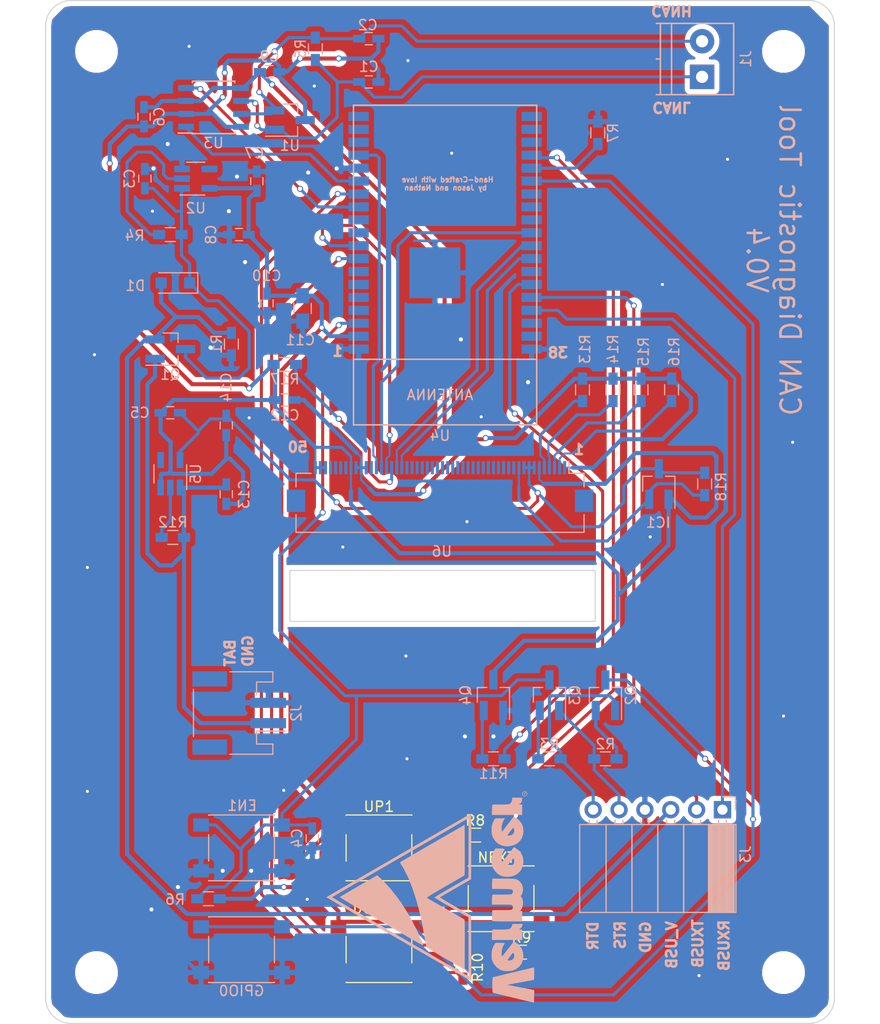
<source format=kicad_pcb>
(kicad_pcb (version 4) (host pcbnew 4.0.7)
  (title_block (title "CAN Opener") (date 2018-07-19) (rev v0.4) (company Vermeer))
  (layers (0 F.Cu signal) (31 B.Cu signal) (34 B.Paste user) (35 F.Paste user) (36 B.SilkS user) (37 F.SilkS user) (38 B.Mask user) (39 F.Mask user) (44 Edge.Cuts user))
  (net 0 "")
  (net 1 VSS)
  (net 2 /CANL)
  (net 3 /CANH)
  (net 4 "Net-(C3-Pad1)")
  (net 5 GND)
  (net 6 /EN)
  (net 7 VCC)
  (net 8 VDD)
  (net 9 V_BAT)
  (net 10 V_USB)
  (net 11 /DOWN)
  (net 12 /GPIO0)
  (net 13 "Net-(IC1-Pad2)")
  (net 14 /RXUSB)
  (net 15 /RXD0)
  (net 16 RTS)
  (net 17 DTR)
  (net 18 /NEXT)
  (net 19 "Net-(Q2-Pad2)")
  (net 20 "Net-(Q3-Pad2)")
  (net 21 "Net-(Q4-Pad2)")
  (net 22 "Net-(R4-Pad2)")
  (net 23 "Net-(R7-Pad2)")
  (net 24 /UP)
  (net 25 //STBY)
  (net 26 "Net-(R12-Pad1)")
  (net 27 "Net-(R13-Pad1)")
  (net 28 "Net-(R14-Pad1)")
  (net 29 "Net-(R15-Pad1)")
  (net 30 "Net-(R16-Pad1)")
  (net 31 "Net-(R17-Pad2)")
  (net 32 "Net-(U2-Pad4)")
  (net 33 /DRV_IN)
  (net 34 /RCV_OUT)
  (net 35 "Net-(U4-Pad4)")
  (net 36 "Net-(U4-Pad5)")
  (net 37 "Net-(U4-Pad6)")
  (net 38 "Net-(U4-Pad7)")
  (net 39 /D/C)
  (net 40 "Net-(U4-Pad10)")
  (net 41 "Net-(U4-Pad11)")
  (net 42 /CE)
  (net 43 "Net-(U4-Pad17)")
  (net 44 "Net-(U4-Pad18)")
  (net 45 "Net-(U4-Pad19)")
  (net 46 "Net-(U4-Pad20)")
  (net 47 "Net-(U4-Pad21)")
  (net 48 "Net-(U4-Pad22)")
  (net 49 "Net-(U4-Pad26)")
  (net 50 "Net-(U4-Pad27)")
  (net 51 "Net-(U4-Pad28)")
  (net 52 /SCK)
  (net 53 /MOSI)
  (net 54 /MISO)
  (net 55 "Net-(U4-Pad32)")
  (net 56 "Net-(U4-Pad36)")
  (net 57 "Net-(U4-Pad37)")
  (net 58 "Net-(U5-Pad4)")
  (net 59 "Net-(U6-Pad11)")
  (net 60 "Net-(U6-Pad12)")
  (net 61 "Net-(U6-Pad13)")
  (net 62 "Net-(U6-Pad14)")
  (net 63 "Net-(U6-Pad15)")
  (net 64 "Net-(U6-Pad16)")
  (net 65 "Net-(U6-Pad17)")
  (net 66 "Net-(U6-Pad18)")
  (net 67 "Net-(U6-Pad19)")
  (net 68 "Net-(U6-Pad20)")
  (net 69 "Net-(U6-Pad21)")
  (net 70 "Net-(U6-Pad22)")
  (net 71 "Net-(U6-Pad23)")
  (net 72 "Net-(U6-Pad24)")
  (net 73 "Net-(U6-Pad25)")
  (net 74 "Net-(U6-Pad26)")
  (net 75 "Net-(U6-Pad27)")
  (net 76 "Net-(U6-Pad28)")
  (net 77 "Net-(U6-Pad29)")
  (net 78 "Net-(U6-Pad30)")
  (net 79 "Net-(U6-Pad31)")
  (net 80 "Net-(U6-Pad32)")
  (net 81 "Net-(U6-Pad39)")
  (net 82 "Net-(U6-Pad44)")
  (net 83 "Net-(U6-Pad45)")
  (net 84 "Net-(U6-Pad46)")
  (net 85 "Net-(U6-Pad47)")
  (net 86 "Net-(C14-Pad2)")
  (module VIA-0.6mm (layer F.Cu) (at 106.4 120.1)
    (fp_text reference REF** hide)
    (fp_text value VIA-0.6mm hide)
    (pad 1 thru_hole circle (at 0 0) (size 0.6 0.6) (drill 0.3) (layers *.Cu) (net 5 GND))
  )
  (module VIA-0.6mm (layer F.Cu) (at 108.7 130.8)
    (fp_text reference REF** hide)
    (fp_text value VIA-0.6mm hide)
    (pad 1 thru_hole circle (at 0 0) (size 0.6 0.6) (drill 0.3) (layers *.Cu) (net 5 GND))
  )
  (module VIA-0.6mm (layer F.Cu) (at 103 83.5)
    (fp_text reference REF** hide)
    (fp_text value VIA-0.6mm hide)
    (pad 1 thru_hole circle (at 0 0) (size 0.6 0.6) (drill 0.3) (layers *.Cu) (net 5 GND))
  )
  (module VIA-0.6mm (layer F.Cu) (at 93.5 63.2)
    (fp_text reference REF** hide)
    (fp_text value VIA-0.6mm hide)
    (pad 1 thru_hole circle (at 0 0) (size 0.6 0.6) (drill 0.3) (layers *.Cu) (net 5 GND))
  )
  (module VIA-0.6mm (layer F.Cu) (at 109.4 50.9)
    (fp_text reference REF** hide)
    (fp_text value VIA-0.6mm hide)
    (pad 1 thru_hole circle (at 0 0) (size 0.6 0.6) (drill 0.3) (layers *.Cu) (net 5 GND))
  )
  (module VIA-0.6mm (layer F.Cu) (at 142.4 95.2)
    (fp_text reference REF** hide)
    (fp_text value VIA-0.6mm hide)
    (pad 1 thru_hole circle (at 0 0) (size 0.6 0.6) (drill 0.3) (layers *.Cu) (net 5 GND))
  )
  (module VIA-0.6mm (layer F.Cu) (at 112.2 96.2)
    (fp_text reference REF** hide)
    (fp_text value VIA-0.6mm hide)
    (pad 1 thru_hole circle (at 0 0) (size 0.6 0.6) (drill 0.3) (layers *.Cu) (net 5 GND))
  )
  (module VIA-0.6mm (layer F.Cu) (at 125.8 83.4)
    (fp_text reference REF** hide)
    (fp_text value VIA-0.6mm hide)
    (pad 1 thru_hole circle (at 0 0) (size 0.6 0.6) (drill 0.3) (layers *.Cu) (net 5 GND))
  )
  (module VIA-0.6mm (layer F.Cu) (at 124.4 93.7)
    (fp_text reference REF** hide)
    (fp_text value VIA-0.6mm hide)
    (pad 1 thru_hole circle (at 0 0) (size 0.6 0.6) (drill 0.3) (layers *.Cu) (net 5 GND))
  )
  (module VIA-0.6mm (layer F.Cu) (at 118.6 48.4)
    (fp_text reference REF** hide)
    (fp_text value VIA-0.6mm hide)
    (pad 1 thru_hole circle (at 0 0) (size 0.6 0.6) (drill 0.3) (layers *.Cu) (net 5 GND))
  )
  (module VIA-0.6mm (layer F.Cu) (at 118.4 106.9)
    (fp_text reference REF** hide)
    (fp_text value VIA-0.6mm hide)
    (pad 1 thru_hole circle (at 0 0) (size 0.6 0.6) (drill 0.3) (layers *.Cu) (net 5 GND))
  )
  (module VIA-0.6mm (layer F.Cu) (at 118.5 117)
    (fp_text reference REF** hide)
    (fp_text value VIA-0.6mm hide)
    (pad 1 thru_hole circle (at 0 0) (size 0.6 0.6) (drill 0.3) (layers *.Cu) (net 5 GND))
  )
  (module VIA-0.6mm (layer F.Cu) (at 155.5 112.8)
    (fp_text reference REF** hide)
    (fp_text value VIA-0.6mm hide)
    (pad 1 thru_hole circle (at 0 0) (size 0.6 0.6) (drill 0.3) (layers *.Cu) (net 5 GND))
  )
  (module VIA-0.6mm (layer F.Cu) (at 143.6 70.4)
    (fp_text reference REF** hide)
    (fp_text value VIA-0.6mm hide)
    (pad 1 thru_hole circle (at 0 0) (size 0.6 0.6) (drill 0.3) (layers *.Cu) (net 5 GND))
  )
  (module VIA-0.6mm (layer F.Cu) (at 156.4 85.9)
    (fp_text reference REF** hide)
    (fp_text value VIA-0.6mm hide)
    (pad 1 thru_hole circle (at 0 0) (size 0.6 0.6) (drill 0.3) (layers *.Cu) (net 5 GND))
  )
  (module VIA-0.6mm (layer F.Cu) (at 150 58.1)
    (fp_text reference REF** hide)
    (fp_text value VIA-0.6mm hide)
    (pad 1 thru_hole circle (at 0 0) (size 0.6 0.6) (drill 0.3) (layers *.Cu) (net 5 GND))
  )
  (module VIA-0.6mm (layer F.Cu) (at 122.9 57.5)
    (fp_text reference REF** hide)
    (fp_text value VIA-0.6mm hide)
    (pad 1 thru_hole circle (at 0 0) (size 0.6 0.6) (drill 0.3) (layers *.Cu) (net 5 GND))
  )
  (module VIA-0.6mm (layer F.Cu) (at 97.1 47)
    (fp_text reference REF** hide)
    (fp_text value VIA-0.6mm hide)
    (pad 1 thru_hole circle (at 0 0) (size 0.6 0.6) (drill 0.3) (layers *.Cu) (net 5 GND))
  )
  (module VIA-0.6mm (layer F.Cu) (at 87.8 77.3)
    (fp_text reference REF** hide)
    (fp_text value VIA-0.6mm hide)
    (pad 1 thru_hole circle (at 0 0) (size 0.6 0.6) (drill 0.3) (layers *.Cu) (net 5 GND))
  )
  (module VIA-0.6mm (layer F.Cu) (at 87.1 98.2)
    (fp_text reference REF** hide)
    (fp_text value VIA-0.6mm hide)
    (pad 1 thru_hole circle (at 0 0) (size 0.6 0.6) (drill 0.3) (layers *.Cu) (net 5 GND))
  )
  (module VIA-0.6mm (layer F.Cu) (at 147.2 138.3)
    (fp_text reference REF** hide)
    (fp_text value VIA-0.6mm hide)
    (pad 1 thru_hole circle (at 0 0) (size 0.6 0.6) (drill 0.3) (layers *.Cu) (net 5 GND))
  )
  (module VIA-0.6mm (layer F.Cu) (at 87.1 120.2)
    (fp_text reference REF** hide)
    (fp_text value VIA-0.6mm hide)
    (pad 1 thru_hole circle (at 0 0) (size 0.6 0.6) (drill 0.3) (layers *.Cu) (net 5 GND))
  )
  (module Mounting_Holes:MountingHole_3.2mm_M3 (layer F.Cu) (at 155.5 47.5)
    (fp_text reference REF** hide)
    (fp_text value MountingHole_3.2mm_M3)
    (pad 1 np_thru_hole circle (at 0 0) (size 3.2 3.2) (drill 3.2) (layers *.Cu *.Mask))
  )
  (module Capacitors_SMD:C_0603_HandSoldering (layer B.Cu) (at 114.75 50.5 180)
    (fp_text reference C1 (at 0 1.5 180) (layer B.SilkS) (effects (justify mirror)))
    (fp_text value 22pF)
    (pad 1 smd rect (at -0.95 0 180) (size 1.2 0.75) (layers B.Cu B.Paste B.Mask) (net 1 VSS))
    (pad 2 smd rect (at 0.95 0 180) (size 1.2 0.75) (layers B.Cu B.Paste B.Mask) (net 2 /CANL))
  )
  (module Capacitors_SMD:C_0603_HandSoldering (layer B.Cu) (at 114.75 46.25 180)
    (fp_text reference C2 (at 0.1 1.34 180) (layer B.SilkS) (effects (justify mirror)))
    (fp_text value 22pF)
    (pad 1 smd rect (at -0.95 0 180) (size 1.2 0.75) (layers B.Cu B.Paste B.Mask) (net 1 VSS))
    (pad 2 smd rect (at 0.95 0 180) (size 1.2 0.75) (layers B.Cu B.Paste B.Mask) (net 3 /CANH))
  )
  (module Capacitors_SMD:C_0603_HandSoldering (layer B.Cu) (at 92.75 60 90)
    (fp_text reference C3 (at 0 -1.5 90) (layer B.SilkS) (effects (justify mirror)))
    (fp_text value 10uF)
    (pad 1 smd rect (at -0.95 0 90) (size 1.2 0.75) (layers B.Cu B.Paste B.Mask) (net 4 "Net-(C3-Pad1)"))
    (pad 2 smd rect (at 0.95 0 90) (size 1.2 0.75) (layers B.Cu B.Paste B.Mask) (net 5 GND))
  )
  (module Capacitors_SMD:C_0603_HandSoldering (layer B.Cu) (at 109.2 124.8 270)
    (fp_text reference C4 (at 0 1.5 270) (layer B.SilkS) (effects (justify mirror)))
    (fp_text value 1nF)
    (pad 1 smd rect (at -0.95 0 270) (size 1.2 0.75) (layers B.Cu B.Paste B.Mask) (net 6 /EN))
    (pad 2 smd rect (at 0.95 0 270) (size 1.2 0.75) (layers B.Cu B.Paste B.Mask) (net 5 GND))
  )
  (module Capacitors_SMD:C_0603_HandSoldering (layer B.Cu) (at 92.67 53.92 90)
    (fp_text reference C6 (at 0 1.5 90) (layer B.SilkS) (effects (justify mirror)))
    (fp_text value 100nF)
    (pad 1 smd rect (at -0.95 0 90) (size 1.2 0.75) (layers B.Cu B.Paste B.Mask) (net 1 VSS))
    (pad 2 smd rect (at 0.95 0 90) (size 1.2 0.75) (layers B.Cu B.Paste B.Mask) (net 7 VCC))
  )
  (module Capacitors_SMD:C_0603_HandSoldering (layer B.Cu) (at 103.75 60.25 90)
    (fp_text reference C7 (at 2.75 -0.25 180) (layer B.SilkS) (effects (justify mirror)))
    (fp_text value 10uF)
    (pad 1 smd rect (at -0.95 0 90) (size 1.2 0.75) (layers B.Cu B.Paste B.Mask) (net 8 VDD))
    (pad 2 smd rect (at 0.95 0 90) (size 1.2 0.75) (layers B.Cu B.Paste B.Mask) (net 5 GND))
  )
  (module Capacitors_SMD:C_0603_HandSoldering (layer B.Cu) (at 102 65.5 180)
    (fp_text reference C8 (at 2.75 0 270) (layer B.SilkS) (effects (justify mirror)))
    (fp_text value 1uF)
    (pad 1 smd rect (at -0.95 0 180) (size 1.2 0.75) (layers B.Cu B.Paste B.Mask) (net 8 VDD))
    (pad 2 smd rect (at 0.95 0 180) (size 1.2 0.75) (layers B.Cu B.Paste B.Mask) (net 5 GND))
  )
  (module Capacitors_SMD:C_0603_HandSoldering (layer B.Cu) (at 105 49.5 180)
    (fp_text reference C9 (at 0 1.5 180) (layer B.SilkS) (effects (justify mirror)))
    (fp_text value 100nF)
    (pad 1 smd rect (at -0.95 0 180) (size 1.2 0.75) (layers B.Cu B.Paste B.Mask) (net 1 VSS))
    (pad 2 smd rect (at 0.95 0 180) (size 1.2 0.75) (layers B.Cu B.Paste B.Mask) (net 7 VCC))
  )
  (module Capacitors_SMD:C_0603_HandSoldering (layer B.Cu) (at 104.75 72.25 90)
    (fp_text reference C11 (at -3.61 3.27 180) (layer B.SilkS) (effects (justify mirror)))
    (fp_text value 1uF)
    (pad 1 smd rect (at -0.95 0 90) (size 1.2 0.75) (layers B.Cu B.Paste B.Mask) (net 5 GND))
    (pad 2 smd rect (at 0.95 0 90) (size 1.2 0.75) (layers B.Cu B.Paste B.Mask) (net 8 VDD))
  )
  (module Capacitors_SMD:C_0603_HandSoldering (layer B.Cu) (at 106.5 81.75)
    (fp_text reference C12 (at 0 1.5) (layer B.SilkS) (effects (justify mirror)))
    (fp_text value 100nF)
    (pad 1 smd rect (at -0.95 0) (size 1.2 0.75) (layers B.Cu B.Paste B.Mask) (net 1 VSS))
    (pad 2 smd rect (at 0.95 0) (size 1.2 0.75) (layers B.Cu B.Paste B.Mask) (net 7 VCC))
  )
  (module Capacitors_SMD:C_0603_HandSoldering (layer B.Cu) (at 100.75 91 270)
    (fp_text reference C13 (at 0 -1.75 270) (layer B.SilkS) (effects (justify mirror)))
    (fp_text value 10uF)
    (pad 1 smd rect (at -0.95 0 270) (size 1.2 0.75) (layers B.Cu B.Paste B.Mask) (net 9 V_BAT))
    (pad 2 smd rect (at 0.95 0 270) (size 1.2 0.75) (layers B.Cu B.Paste B.Mask) (net 1 VSS))
  )
  (module Diodes_SMD:D_SOD-123F (layer B.Cu) (at 95.75 70.25 180)
    (fp_text reference D1 (at 3.94 -0.27 180) (layer B.SilkS) (effects (justify mirror)))
    (fp_text value D_Schottky)
    (pad 1 smd rect (at -1.4 0 180) (size 1.1 1.1) (layers B.Cu B.Paste B.Mask) (net 4 "Net-(C3-Pad1)"))
    (pad 2 smd rect (at 1.4 0 180) (size 1.1 1.1) (layers B.Cu B.Paste B.Mask) (net 10 V_USB))
  )
  (module Buttons_Switches_SMD:SW_SPST_PTS645 (layer F.Cu) (at 115.75 135.75)
    (fp_text reference DOWN1 (at 0 -4.05) (layer F.SilkS))
    (fp_text value SW_Push)
    (pad 2 smd rect (at -3.98 2.25) (size 1.55 1.3) (layers F.Cu F.Paste F.Mask) (net 11 /DOWN))
    (pad 1 smd rect (at -3.98 -2.25) (size 1.55 1.3) (layers F.Cu F.Paste F.Mask) (net 8 VDD))
    (pad 1 smd rect (at 3.98 -2.25) (size 1.55 1.3) (layers F.Cu F.Paste F.Mask) (net 8 VDD))
    (pad 2 smd rect (at 3.98 2.25) (size 1.55 1.3) (layers F.Cu F.Paste F.Mask) (net 11 /DOWN))
  )
  (module Buttons_Switches_SMD:SW_SPST_PTS645 (layer B.Cu) (at 102.25 125.75)
    (fp_text reference EN1 (at 0.05 -4.15) (layer B.SilkS) (effects (justify mirror)))
    (fp_text value SW_Push)
    (pad 2 smd rect (at -3.98 -2.25) (size 1.55 1.3) (layers B.Cu B.Paste B.Mask) (net 6 /EN))
    (pad 1 smd rect (at -3.98 2.25) (size 1.55 1.3) (layers B.Cu B.Paste B.Mask) (net 5 GND))
    (pad 1 smd rect (at 3.98 2.25) (size 1.55 1.3) (layers B.Cu B.Paste B.Mask) (net 5 GND))
    (pad 2 smd rect (at 3.98 -2.25) (size 1.55 1.3) (layers B.Cu B.Paste B.Mask) (net 6 /EN))
  )
  (module Buttons_Switches_SMD:SW_SPST_PTS645 (layer B.Cu) (at 102.25 135.75)
    (fp_text reference GPIO0 (at 0 4.05) (layer B.SilkS) (effects (justify mirror)))
    (fp_text value SW_Push)
    (pad 2 smd rect (at -3.98 -2.25) (size 1.55 1.3) (layers B.Cu B.Paste B.Mask) (net 12 /GPIO0))
    (pad 1 smd rect (at -3.98 2.25) (size 1.55 1.3) (layers B.Cu B.Paste B.Mask) (net 5 GND))
    (pad 1 smd rect (at 3.98 2.25) (size 1.55 1.3) (layers B.Cu B.Paste B.Mask) (net 5 GND))
    (pad 2 smd rect (at 3.98 -2.25) (size 1.55 1.3) (layers B.Cu B.Paste B.Mask) (net 12 /GPIO0))
  )
  (module TO_SOT_Packages_SMD:SOT-23_Handsoldering (layer B.Cu) (at 143.25 90 90)
    (fp_text reference IC1 (at -3.79 -0.06 180) (layer B.SilkS) (effects (justify mirror)))
    (fp_text value APX803-SAG)
    (pad 1 smd rect (at -1.5 0.95 90) (size 1.9 0.8) (layers B.Cu B.Paste B.Mask) (net 1 VSS))
    (pad 2 smd rect (at -1.5 -0.95 90) (size 1.9 0.8) (layers B.Cu B.Paste B.Mask) (net 13 "Net-(IC1-Pad2)"))
    (pad 3 smd rect (at 1.5 0 90) (size 1.9 0.8) (layers B.Cu B.Paste B.Mask) (net 86 "Net-(C14-Pad2)"))
  )
  (module TerminalBlocks_Phoenix:TerminalBlock_Phoenix_PT-3.5mm_2pol (layer B.Cu) (at 147.5 50 90)
    (fp_text reference J1 (at 1.75 4.3 90) (layer B.SilkS) (effects (justify mirror)))
    (fp_text value CAN_TERMINAL)
    (pad 2 thru_hole circle (at 3.5 0 90) (size 2.4 2.4) (drill 1.2) (layers *.Cu *.Mask) (net 3 /CANH))
    (pad 1 thru_hole rect (at 0 0 90) (size 2.4 2.4) (drill 1.2) (layers *.Cu *.Mask) (net 2 /CANL))
  )
  (module Socket_Strips:Socket_Strip_Angled_1x06_Pitch2.54mm (layer B.Cu) (at 149.5 122 90)
    (fp_text reference J3 (at -4.38 2.27 90) (layer B.SilkS) (effects (justify mirror)))
    (fp_text value Conn_01x06_Female)
    (pad 1 thru_hole rect (at 0 0 90) (size 1.7 1.7) (drill 1) (layers *.Cu *.Mask) (net 14 /RXUSB))
    (pad 2 thru_hole oval (at 0 -2.54 90) (size 1.7 1.7) (drill 1) (layers *.Cu *.Mask) (net 15 /RXD0))
    (pad 3 thru_hole oval (at 0 -5.08 90) (size 1.7 1.7) (drill 1) (layers *.Cu *.Mask) (net 10 V_USB))
    (pad 4 thru_hole oval (at 0 -7.62 90) (size 1.7 1.7) (drill 1) (layers *.Cu *.Mask) (net 5 GND))
    (pad 5 thru_hole oval (at 0 -10.16 90) (size 1.7 1.7) (drill 1) (layers *.Cu *.Mask) (net 16 RTS))
    (pad 6 thru_hole oval (at 0 -12.7 90) (size 1.7 1.7) (drill 1) (layers *.Cu *.Mask) (net 17 DTR))
  )
  (module Buttons_Switches_SMD:SW_SPST_PTS645 (layer F.Cu) (at 127.75 130.75)
    (fp_text reference NEXT1 (at 0 -4.05) (layer F.SilkS))
    (fp_text value SW_Push)
    (pad 2 smd rect (at -3.98 2.25) (size 1.55 1.3) (layers F.Cu F.Paste F.Mask) (net 18 /NEXT))
    (pad 1 smd rect (at -3.98 -2.25) (size 1.55 1.3) (layers F.Cu F.Paste F.Mask) (net 8 VDD))
    (pad 1 smd rect (at 3.98 -2.25) (size 1.55 1.3) (layers F.Cu F.Paste F.Mask) (net 8 VDD))
    (pad 2 smd rect (at 3.98 2.25) (size 1.55 1.3) (layers F.Cu F.Paste F.Mask) (net 18 /NEXT))
  )
  (module TO_SOT_Packages_SMD:SOT-23_Handsoldering (layer B.Cu) (at 95.25 76.75)
    (fp_text reference Q1 (at 0 2.5) (layer B.SilkS) (effects (justify mirror)))
    (fp_text value Q_PMOS_DGS)
    (pad 1 smd rect (at -1.5 0.95) (size 1.9 0.8) (layers B.Cu B.Paste B.Mask) (net 9 V_BAT))
    (pad 2 smd rect (at -1.5 -0.95) (size 1.9 0.8) (layers B.Cu B.Paste B.Mask) (net 10 V_USB))
    (pad 3 smd rect (at 1.5 0) (size 1.9 0.8) (layers B.Cu B.Paste B.Mask) (net 4 "Net-(C3-Pad1)"))
  )
  (module TO_SOT_Packages_SMD:SOT-23_Handsoldering (layer B.Cu) (at 138 110.75 90)
    (fp_text reference Q2 (at 0 2.5 90) (layer B.SilkS) (effects (justify mirror)))
    (fp_text value Q_NMOS_DGS)
    (pad 1 smd rect (at -1.5 0.95 90) (size 1.9 0.8) (layers B.Cu B.Paste B.Mask) (net 17 DTR))
    (pad 2 smd rect (at -1.5 -0.95 90) (size 1.9 0.8) (layers B.Cu B.Paste B.Mask) (net 19 "Net-(Q2-Pad2)"))
    (pad 3 smd rect (at 1.5 0 90) (size 1.9 0.8) (layers B.Cu B.Paste B.Mask) (net 12 /GPIO0))
  )
  (module TO_SOT_Packages_SMD:SOT-23_Handsoldering (layer B.Cu) (at 132.5 110.75 90)
    (fp_text reference Q3 (at 0 2.5 90) (layer B.SilkS) (effects (justify mirror)))
    (fp_text value Q_NMOS_DGS)
    (pad 1 smd rect (at -1.5 0.95 90) (size 1.9 0.8) (layers B.Cu B.Paste B.Mask) (net 16 RTS))
    (pad 2 smd rect (at -1.5 -0.95 90) (size 1.9 0.8) (layers B.Cu B.Paste B.Mask) (net 20 "Net-(Q3-Pad2)"))
    (pad 3 smd rect (at 1.5 0 90) (size 1.9 0.8) (layers B.Cu B.Paste B.Mask) (net 6 /EN))
  )
  (module TO_SOT_Packages_SMD:SOT-23_Handsoldering (layer B.Cu) (at 127 110.75 90)
    (fp_text reference Q4 (at 0 -2.75 90) (layer B.SilkS) (effects (justify mirror)))
    (fp_text value Q_NMOS_DGS)
    (pad 1 smd rect (at -1.5 0.95 90) (size 1.9 0.8) (layers B.Cu B.Paste B.Mask) (net 5 GND))
    (pad 2 smd rect (at -1.5 -0.95 90) (size 1.9 0.8) (layers B.Cu B.Paste B.Mask) (net 21 "Net-(Q4-Pad2)"))
    (pad 3 smd rect (at 1.5 0 90) (size 1.9 0.8) (layers B.Cu B.Paste B.Mask) (net 1 VSS))
  )
  (module Resistors_SMD:R_0603_HandSoldering (layer B.Cu) (at 101.25 76.25 270)
    (fp_text reference R1 (at 0 1.45 270) (layer B.SilkS) (effects (justify mirror)))
    (fp_text value 100K)
    (pad 1 smd rect (at -1.1 0 270) (size 1.2 0.9) (layers B.Cu B.Paste B.Mask) (net 10 V_USB))
    (pad 2 smd rect (at 1.1 0 270) (size 1.2 0.9) (layers B.Cu B.Paste B.Mask) (net 5 GND))
  )
  (module Resistors_SMD:R_0603_HandSoldering (layer B.Cu) (at 138 117 180)
    (fp_text reference R2 (at 0 1.45 180) (layer B.SilkS) (effects (justify mirror)))
    (fp_text value 10K)
    (pad 1 smd rect (at -1.1 0 180) (size 1.2 0.9) (layers B.Cu B.Paste B.Mask) (net 19 "Net-(Q2-Pad2)"))
    (pad 2 smd rect (at 1.1 0 180) (size 1.2 0.9) (layers B.Cu B.Paste B.Mask) (net 16 RTS))
  )
  (module Resistors_SMD:R_0603_HandSoldering (layer B.Cu) (at 132.5 117 180)
    (fp_text reference R3 (at 0 1.45 180) (layer B.SilkS) (effects (justify mirror)))
    (fp_text value 10K)
    (pad 1 smd rect (at -1.1 0 180) (size 1.2 0.9) (layers B.Cu B.Paste B.Mask) (net 17 DTR))
    (pad 2 smd rect (at 1.1 0 180) (size 1.2 0.9) (layers B.Cu B.Paste B.Mask) (net 20 "Net-(Q3-Pad2)"))
  )
  (module Resistors_SMD:R_0603_HandSoldering (layer B.Cu) (at 95.25 65.5 180)
    (fp_text reference R4 (at 3.5 -0.1 180) (layer B.SilkS) (effects (justify mirror)))
    (fp_text value 100K)
    (pad 1 smd rect (at -1.1 0 180) (size 1.2 0.9) (layers B.Cu B.Paste B.Mask) (net 4 "Net-(C3-Pad1)"))
    (pad 2 smd rect (at 1.1 0 180) (size 1.2 0.9) (layers B.Cu B.Paste B.Mask) (net 22 "Net-(R4-Pad2)"))
  )
  (module Resistors_SMD:R_0603_HandSoldering (layer B.Cu) (at 109.5 47.25 270)
    (fp_text reference R5 (at 0 1.45 270) (layer B.SilkS) (effects (justify mirror)))
    (fp_text value 120)
    (pad 1 smd rect (at -1.1 0 270) (size 1.2 0.9) (layers B.Cu B.Paste B.Mask) (net 3 /CANH))
    (pad 2 smd rect (at 1.1 0 270) (size 1.2 0.9) (layers B.Cu B.Paste B.Mask) (net 2 /CANL))
  )
  (module Resistors_SMD:R_0603_HandSoldering (layer B.Cu) (at 99 130.75 180)
    (fp_text reference R6 (at 3.28 -0.07 180) (layer B.SilkS) (effects (justify mirror)))
    (fp_text value 470)
    (pad 1 smd rect (at -1.1 0 180) (size 1.2 0.9) (layers B.Cu B.Paste B.Mask) (net 8 VDD))
    (pad 2 smd rect (at 1.1 0 180) (size 1.2 0.9) (layers B.Cu B.Paste B.Mask) (net 6 /EN))
  )
  (module Resistors_SMD:R_0603_HandSoldering (layer B.Cu) (at 137.25 55.5 270)
    (fp_text reference R7 (at 0 -1.5 270) (layer B.SilkS) (effects (justify mirror)))
    (fp_text value 5K)
    (pad 1 smd rect (at -1.1 0 270) (size 1.2 0.9) (layers B.Cu B.Paste B.Mask) (net 5 GND))
    (pad 2 smd rect (at 1.1 0 270) (size 1.2 0.9) (layers B.Cu B.Paste B.Mask) (net 23 "Net-(R7-Pad2)"))
  )
  (module Resistors_SMD:R_0603_HandSoldering (layer F.Cu) (at 125.25 124.5 180)
    (fp_text reference R8 (at 0.04 1.44 180) (layer F.SilkS))
    (fp_text value 10K)
    (pad 1 smd rect (at -1.1 0 180) (size 1.2 0.9) (layers F.Cu F.Paste F.Mask) (net 5 GND))
    (pad 2 smd rect (at 1.1 0 180) (size 1.2 0.9) (layers F.Cu F.Paste F.Mask) (net 24 /UP))
  )
  (module Resistors_SMD:R_0603_HandSoldering (layer F.Cu) (at 129.75 136)
    (fp_text reference R9 (at 0 -1.45) (layer F.SilkS))
    (fp_text value 10K)
    (pad 1 smd rect (at -1.1 0) (size 1.2 0.9) (layers F.Cu F.Paste F.Mask) (net 5 GND))
    (pad 2 smd rect (at 1.1 0) (size 1.2 0.9) (layers F.Cu F.Paste F.Mask) (net 18 /NEXT))
  )
  (module Resistors_SMD:R_0603_HandSoldering (layer F.Cu) (at 124 137.5 270)
    (fp_text reference R10 (at 0 -1.45 270) (layer F.SilkS))
    (fp_text value 10K)
    (pad 1 smd rect (at -1.1 0 270) (size 1.2 0.9) (layers F.Cu F.Paste F.Mask) (net 5 GND))
    (pad 2 smd rect (at 1.1 0 270) (size 1.2 0.9) (layers F.Cu F.Paste F.Mask) (net 11 /DOWN))
  )
  (module Resistors_SMD:R_0603_HandSoldering (layer B.Cu) (at 127 117)
    (fp_text reference R11 (at 0 1.45) (layer B.SilkS) (effects (justify mirror)))
    (fp_text value 10K)
    (pad 1 smd rect (at -1.1 0) (size 1.2 0.9) (layers B.Cu B.Paste B.Mask) (net 21 "Net-(Q4-Pad2)"))
    (pad 2 smd rect (at 1.1 0) (size 1.2 0.9) (layers B.Cu B.Paste B.Mask) (net 25 //STBY))
  )
  (module Resistors_SMD:R_0603_HandSoldering (layer B.Cu) (at 95.5 95.25)
    (fp_text reference R12 (at 0 -1.5) (layer B.SilkS) (effects (justify mirror)))
    (fp_text value 100K)
    (pad 1 smd rect (at -1.1 0) (size 1.2 0.9) (layers B.Cu B.Paste B.Mask) (net 26 "Net-(R12-Pad1)"))
    (pad 2 smd rect (at 1.1 0) (size 1.2 0.9) (layers B.Cu B.Paste B.Mask) (net 9 V_BAT))
  )
  (module Resistors_SMD:R_0603_HandSoldering (layer B.Cu) (at 135.75 80.75 90)
    (fp_text reference R13 (at 4 0.25 90) (layer B.SilkS) (effects (justify mirror)))
    (fp_text value 10)
    (pad 1 smd rect (at -1.1 0 90) (size 1.2 0.9) (layers B.Cu B.Paste B.Mask) (net 27 "Net-(R13-Pad1)"))
    (pad 2 smd rect (at 1.1 0 90) (size 1.2 0.9) (layers B.Cu B.Paste B.Mask) (net 7 VCC))
  )
  (module Resistors_SMD:R_0603_HandSoldering (layer B.Cu) (at 138.75 80.75 90)
    (fp_text reference R14 (at 4 0 90) (layer B.SilkS) (effects (justify mirror)))
    (fp_text value 10)
    (pad 1 smd rect (at -1.1 0 90) (size 1.2 0.9) (layers B.Cu B.Paste B.Mask) (net 28 "Net-(R14-Pad1)"))
    (pad 2 smd rect (at 1.1 0 90) (size 1.2 0.9) (layers B.Cu B.Paste B.Mask) (net 7 VCC))
  )
  (module Resistors_SMD:R_0603_HandSoldering (layer B.Cu) (at 141.5 80.75 90)
    (fp_text reference R15 (at 3.75 0.25 90) (layer B.SilkS) (effects (justify mirror)))
    (fp_text value 10)
    (pad 1 smd rect (at -1.1 0 90) (size 1.2 0.9) (layers B.Cu B.Paste B.Mask) (net 29 "Net-(R15-Pad1)"))
    (pad 2 smd rect (at 1.1 0 90) (size 1.2 0.9) (layers B.Cu B.Paste B.Mask) (net 7 VCC))
  )
  (module Resistors_SMD:R_0603_HandSoldering (layer B.Cu) (at 144.5 80.75 90)
    (fp_text reference R16 (at 3.75 0.25 90) (layer B.SilkS) (effects (justify mirror)))
    (fp_text value 10)
    (pad 1 smd rect (at -1.1 0 90) (size 1.2 0.9) (layers B.Cu B.Paste B.Mask) (net 30 "Net-(R16-Pad1)"))
    (pad 2 smd rect (at 1.1 0 90) (size 1.2 0.9) (layers B.Cu B.Paste B.Mask) (net 7 VCC))
  )
  (module Resistors_SMD:R_0603_HandSoldering (layer B.Cu) (at 106.5 78.25)
    (fp_text reference R17 (at 0 1.45) (layer B.SilkS) (effects (justify mirror)))
    (fp_text value 10K)
    (pad 1 smd rect (at -1.1 0) (size 1.2 0.9) (layers B.Cu B.Paste B.Mask) (net 1 VSS))
    (pad 2 smd rect (at 1.1 0) (size 1.2 0.9) (layers B.Cu B.Paste B.Mask) (net 31 "Net-(R17-Pad2)"))
  )
  (module Resistors_SMD:R_0603_HandSoldering (layer B.Cu) (at 147.75 90 270)
    (fp_text reference R18 (at 0.27 -1.62 270) (layer B.SilkS) (effects (justify mirror)))
    (fp_text value 10K)
    (pad 1 smd rect (at -1.1 0 270) (size 1.2 0.9) (layers B.Cu B.Paste B.Mask) (net 86 "Net-(C14-Pad2)"))
    (pad 2 smd rect (at 1.1 0 270) (size 1.2 0.9) (layers B.Cu B.Paste B.Mask) (net 13 "Net-(IC1-Pad2)"))
  )
  (module TO_SOT_Packages_SMD:SOT-23_Handsoldering (layer B.Cu) (at 107 54.25)
    (fp_text reference U1 (at 0 2.5) (layer B.SilkS) (effects (justify mirror)))
    (fp_text value AND8181/D)
    (pad 1 smd rect (at -1.5 0.95) (size 1.9 0.8) (layers B.Cu B.Paste B.Mask) (net 2 /CANL))
    (pad 2 smd rect (at -1.5 -0.95) (size 1.9 0.8) (layers B.Cu B.Paste B.Mask) (net 3 /CANH))
    (pad 3 smd rect (at 1.5 0) (size 1.9 0.8) (layers B.Cu B.Paste B.Mask) (net 1 VSS))
  )
  (module TO_SOT_Packages_SMD:SOT-23-5_HandSoldering (layer B.Cu) (at 97.75 60)
    (fp_text reference U2 (at 0 2.9) (layer B.SilkS) (effects (justify mirror)))
    (fp_text value AP2112-3.3)
    (pad 1 smd rect (at -1.35 0.95) (size 1.56 0.65) (layers B.Cu B.Paste B.Mask) (net 4 "Net-(C3-Pad1)"))
    (pad 2 smd rect (at -1.35 0) (size 1.56 0.65) (layers B.Cu B.Paste B.Mask) (net 22 "Net-(R4-Pad2)"))
    (pad 3 smd rect (at -1.35 -0.95) (size 1.56 0.65) (layers B.Cu B.Paste B.Mask) (net 5 GND))
    (pad 4 smd rect (at 1.35 -0.95) (size 1.56 0.65) (layers B.Cu B.Paste B.Mask) (net 32 "Net-(U2-Pad4)"))
    (pad 5 smd rect (at 1.35 0.95) (size 1.56 0.65) (layers B.Cu B.Paste B.Mask) (net 8 VDD))
  )
  (module Housings_SOIC:SOIC-8_3.9x4.9mm_Pitch1.27mm (layer B.Cu) (at 99.5 53)
    (fp_text reference U3 (at 0 3.5) (layer B.SilkS) (effects (justify mirror)))
    (fp_text value SN65HVD230)
    (pad 1 smd rect (at -2.7 1.905) (size 1.55 0.6) (layers B.Cu B.Paste B.Mask) (net 33 /DRV_IN))
    (pad 2 smd rect (at -2.7 0.635) (size 1.55 0.6) (layers B.Cu B.Paste B.Mask) (net 1 VSS))
    (pad 3 smd rect (at -2.7 -0.635) (size 1.55 0.6) (layers B.Cu B.Paste B.Mask) (net 7 VCC))
    (pad 4 smd rect (at -2.7 -1.905) (size 1.55 0.6) (layers B.Cu B.Paste B.Mask) (net 34 /RCV_OUT))
    (pad 5 smd rect (at 2.7 -1.905) (size 1.55 0.6) (layers B.Cu B.Paste B.Mask) (net 7 VCC))
    (pad 6 smd rect (at 2.7 -0.635) (size 1.55 0.6) (layers B.Cu B.Paste B.Mask) (net 2 /CANL))
    (pad 7 smd rect (at 2.7 0.635) (size 1.55 0.6) (layers B.Cu B.Paste B.Mask) (net 3 /CANH))
    (pad 8 smd rect (at 2.7 1.905) (size 1.55 0.6) (layers B.Cu B.Paste B.Mask) (net 1 VSS))
  )
  (module esp32-wrover-footprint:ESP32-WROVER (layer B.Cu) (at 113.75 76.75)
    (fp_text reference U4 (at 8 8.5) (layer B.SilkS) (effects (justify mirror)))
    (fp_text value ESP32-WROVER)
    (fp_text user ANTENNA (at 8 4.5) (layer B.SilkS) (effects (justify mirror)))
    (pad 1 smd rect (at 0 0) (size 2 0.9) (layers B.Cu B.Paste B.Mask) (net 5 GND))
    (pad 2 smd rect (at 0 -1.27) (size 2 0.9) (layers B.Cu B.Paste B.Mask) (net 8 VDD))
    (pad 3 smd rect (at 0 -2.54) (size 2 0.9) (layers B.Cu B.Paste B.Mask) (net 6 /EN))
    (pad 4 smd rect (at 0 -3.81) (size 2 0.9) (layers B.Cu B.Paste B.Mask) (net 35 "Net-(U4-Pad4)"))
    (pad 5 smd rect (at 0 -5.08) (size 2 0.9) (layers B.Cu B.Paste B.Mask) (net 36 "Net-(U4-Pad5)"))
    (pad 6 smd rect (at 0 -6.35) (size 2 0.9) (layers B.Cu B.Paste B.Mask) (net 37 "Net-(U4-Pad6)"))
    (pad 7 smd rect (at 0 -7.62) (size 2 0.9) (layers B.Cu B.Paste B.Mask) (net 38 "Net-(U4-Pad7)"))
    (pad 8 smd rect (at 0 -8.89) (size 2 0.9) (layers B.Cu B.Paste B.Mask) (net 18 /NEXT))
    (pad 9 smd rect (at 0 -10.16) (size 2 0.9) (layers B.Cu B.Paste B.Mask) (net 39 /D/C))
    (pad 10 smd rect (at 0 -11.43) (size 2 0.9) (layers B.Cu B.Paste B.Mask) (net 40 "Net-(U4-Pad10)"))
    (pad 11 smd rect (at 0 -12.7) (size 2 0.9) (layers B.Cu B.Paste B.Mask) (net 41 "Net-(U4-Pad11)"))
    (pad 12 smd rect (at 0 -13.97) (size 2 0.9) (layers B.Cu B.Paste B.Mask) (net 34 /RCV_OUT))
    (pad 13 smd rect (at 0 -15.24) (size 2 0.9) (layers B.Cu B.Paste B.Mask) (net 11 /DOWN))
    (pad 14 smd rect (at 0 -16.51) (size 2 0.9) (layers B.Cu B.Paste B.Mask) (net 33 /DRV_IN))
    (pad 15 smd rect (at 0 -17.78) (size 2 0.9) (layers B.Cu B.Paste B.Mask) (net 5 GND))
    (pad 16 smd rect (at 0 -19.05) (size 2 0.9) (layers B.Cu B.Paste B.Mask) (net 42 /CE))
    (pad 17 smd rect (at 0 -20.32) (size 2 0.9) (layers B.Cu B.Paste B.Mask) (net 43 "Net-(U4-Pad17)"))
    (pad 18 smd rect (at 0 -21.59) (size 2 0.9) (layers B.Cu B.Paste B.Mask) (net 44 "Net-(U4-Pad18)"))
    (pad 19 smd rect (at 0 -22.86) (size 2 0.9) (layers B.Cu B.Paste B.Mask) (net 45 "Net-(U4-Pad19)"))
    (pad 20 smd rect (at 17 -22.86) (size 2 0.9) (layers B.Cu B.Paste B.Mask) (net 46 "Net-(U4-Pad20)"))
    (pad 21 smd rect (at 17 -21.59) (size 2 0.9) (layers B.Cu B.Paste B.Mask) (net 47 "Net-(U4-Pad21)"))
    (pad 22 smd rect (at 17 -20.32) (size 2 0.9) (layers B.Cu B.Paste B.Mask) (net 48 "Net-(U4-Pad22)"))
    (pad 23 smd rect (at 17 -19.05) (size 2 0.9) (layers B.Cu B.Paste B.Mask) (net 24 /UP))
    (pad 24 smd rect (at 17 -17.78) (size 2 0.9) (layers B.Cu B.Paste B.Mask) (net 23 "Net-(R7-Pad2)"))
    (pad 25 smd rect (at 17 -16.51) (size 2 0.9) (layers B.Cu B.Paste B.Mask) (net 12 /GPIO0))
    (pad 26 smd rect (at 17 -15.24) (size 2 0.9) (layers B.Cu B.Paste B.Mask) (net 49 "Net-(U4-Pad26)"))
    (pad 27 smd rect (at 17 -13.97) (size 2 0.9) (layers B.Cu B.Paste B.Mask) (net 50 "Net-(U4-Pad27)"))
    (pad 28 smd rect (at 17 -12.7) (size 2 0.9) (layers B.Cu B.Paste B.Mask) (net 51 "Net-(U4-Pad28)"))
    (pad 29 smd rect (at 17 -11.43) (size 2 0.9) (layers B.Cu B.Paste B.Mask) (net 52 /SCK))
    (pad 30 smd rect (at 17 -10.16) (size 2 0.9) (layers B.Cu B.Paste B.Mask) (net 53 /MOSI))
    (pad 31 smd rect (at 17 -8.89) (size 2 0.9) (layers B.Cu B.Paste B.Mask) (net 54 /MISO))
    (pad 32 smd rect (at 17 -7.62) (size 2 0.9) (layers B.Cu B.Paste B.Mask) (net 55 "Net-(U4-Pad32)"))
    (pad 33 smd rect (at 17 -6.35) (size 2 0.9) (layers B.Cu B.Paste B.Mask) (net 25 //STBY))
    (pad 34 smd rect (at 17 -5.08) (size 2 0.9) (layers B.Cu B.Paste B.Mask) (net 15 /RXD0))
    (pad 35 smd rect (at 17 -3.81) (size 2 0.9) (layers B.Cu B.Paste B.Mask) (net 14 /RXUSB))
    (pad 36 smd rect (at 17 -2.54) (size 2 0.9) (layers B.Cu B.Paste B.Mask) (net 56 "Net-(U4-Pad36)"))
    (pad 37 smd rect (at 17 -1.27) (size 2 0.9) (layers B.Cu B.Paste B.Mask) (net 57 "Net-(U4-Pad37)"))
    (pad 38 smd rect (at 17 0) (size 2 0.9) (layers B.Cu B.Paste B.Mask) (net 5 GND))
    (pad 39 smd rect (at 7.5 -7.5) (size 5 5) (layers B.Cu B.Paste B.Mask) (net 5 GND))
  )
  (module TO_SOT_Packages_SMD:SOT-23-5_HandSoldering (layer B.Cu) (at 95.25 89 90)
    (fp_text reference U5 (at 0 2.5 90) (layer B.SilkS) (effects (justify mirror)))
    (fp_text value AP2112-3.3)
    (pad 1 smd rect (at -1.35 0.95 90) (size 1.56 0.65) (layers B.Cu B.Paste B.Mask) (net 9 V_BAT))
    (pad 2 smd rect (at -1.35 0 90) (size 1.56 0.65) (layers B.Cu B.Paste B.Mask) (net 26 "Net-(R12-Pad1)"))
    (pad 3 smd rect (at -1.35 -0.95 90) (size 1.56 0.65) (layers B.Cu B.Paste B.Mask) (net 1 VSS))
    (pad 4 smd rect (at 1.35 -0.95 90) (size 1.56 0.65) (layers B.Cu B.Paste B.Mask) (net 58 "Net-(U5-Pad4)"))
    (pad 5 smd rect (at 1.35 0.95 90) (size 1.56 0.65) (layers B.Cu B.Paste B.Mask) (net 86 "Net-(C14-Pad2)"))
  )
  (module Connector_FFC-FPC:Hirose_FH12-50S-0.5SH_1x50-1MP_P0.50mm_Horizontal (layer B.Cu) (at 121.75 90.25 180)
    (fp_text reference U6 (at -0.18 -6.37 180) (layer B.SilkS) (effects (justify mirror)))
    (fp_text value MI0283QT-11)
    (pad MP smd rect (at 14.15 -1.4 180) (size 1.8 2.2) (layers B.Cu B.Paste B.Mask))
    (pad MP smd rect (at -14.15 -1.4 180) (size 1.8 2.2) (layers B.Cu B.Paste B.Mask))
    (pad 1 smd rect (at -12.25 1.85 180) (size 0.3 1.3) (layers B.Cu B.Paste B.Mask) (net 7 VCC))
    (pad 2 smd rect (at -11.75 1.85 180) (size 0.3 1.3) (layers B.Cu B.Paste B.Mask) (net 30 "Net-(R16-Pad1)"))
    (pad 3 smd rect (at -11.25 1.85 180) (size 0.3 1.3) (layers B.Cu B.Paste B.Mask) (net 29 "Net-(R15-Pad1)"))
    (pad 4 smd rect (at -10.75 1.85 180) (size 0.3 1.3) (layers B.Cu B.Paste B.Mask) (net 28 "Net-(R14-Pad1)"))
    (pad 5 smd rect (at -10.25 1.85 180) (size 0.3 1.3) (layers B.Cu B.Paste B.Mask) (net 27 "Net-(R13-Pad1)"))
    (pad 6 smd rect (at -9.75 1.85 180) (size 0.3 1.3) (layers B.Cu B.Paste B.Mask) (net 1 VSS))
    (pad 7 smd rect (at -9.25 1.85 180) (size 0.3 1.3) (layers B.Cu B.Paste B.Mask) (net 86 "Net-(C14-Pad2)"))
    (pad 8 smd rect (at -8.75 1.85 180) (size 0.3 1.3) (layers B.Cu B.Paste B.Mask) (net 86 "Net-(C14-Pad2)"))
    (pad 9 smd rect (at -8.25 1.85 180) (size 0.3 1.3) (layers B.Cu B.Paste B.Mask) (net 86 "Net-(C14-Pad2)"))
    (pad 10 smd rect (at -7.75 1.85 180) (size 0.3 1.3) (layers B.Cu B.Paste B.Mask) (net 13 "Net-(IC1-Pad2)"))
    (pad 11 smd rect (at -7.25 1.85 180) (size 0.3 1.3) (layers B.Cu B.Paste B.Mask) (net 59 "Net-(U6-Pad11)"))
    (pad 12 smd rect (at -6.75 1.85 180) (size 0.3 1.3) (layers B.Cu B.Paste B.Mask) (net 60 "Net-(U6-Pad12)"))
    (pad 13 smd rect (at -6.25 1.85 180) (size 0.3 1.3) (layers B.Cu B.Paste B.Mask) (net 61 "Net-(U6-Pad13)"))
    (pad 14 smd rect (at -5.75 1.85 180) (size 0.3 1.3) (layers B.Cu B.Paste B.Mask) (net 62 "Net-(U6-Pad14)"))
    (pad 15 smd rect (at -5.25 1.85 180) (size 0.3 1.3) (layers B.Cu B.Paste B.Mask) (net 63 "Net-(U6-Pad15)"))
    (pad 16 smd rect (at -4.75 1.85 180) (size 0.3 1.3) (layers B.Cu B.Paste B.Mask) (net 64 "Net-(U6-Pad16)"))
    (pad 17 smd rect (at -4.25 1.85 180) (size 0.3 1.3) (layers B.Cu B.Paste B.Mask) (net 65 "Net-(U6-Pad17)"))
    (pad 18 smd rect (at -3.75 1.85 180) (size 0.3 1.3) (layers B.Cu B.Paste B.Mask) (net 66 "Net-(U6-Pad18)"))
    (pad 19 smd rect (at -3.25 1.85 180) (size 0.3 1.3) (layers B.Cu B.Paste B.Mask) (net 67 "Net-(U6-Pad19)"))
    (pad 20 smd rect (at -2.75 1.85 180) (size 0.3 1.3) (layers B.Cu B.Paste B.Mask) (net 68 "Net-(U6-Pad20)"))
    (pad 21 smd rect (at -2.25 1.85 180) (size 0.3 1.3) (layers B.Cu B.Paste B.Mask) (net 69 "Net-(U6-Pad21)"))
    (pad 22 smd rect (at -1.75 1.85 180) (size 0.3 1.3) (layers B.Cu B.Paste B.Mask) (net 70 "Net-(U6-Pad22)"))
    (pad 23 smd rect (at -1.25 1.85 180) (size 0.3 1.3) (layers B.Cu B.Paste B.Mask) (net 71 "Net-(U6-Pad23)"))
    (pad 24 smd rect (at -0.75 1.85 180) (size 0.3 1.3) (layers B.Cu B.Paste B.Mask) (net 72 "Net-(U6-Pad24)"))
    (pad 25 smd rect (at -0.25 1.85 180) (size 0.3 1.3) (layers B.Cu B.Paste B.Mask) (net 73 "Net-(U6-Pad25)"))
    (pad 26 smd rect (at 0.25 1.85 180) (size 0.3 1.3) (layers B.Cu B.Paste B.Mask) (net 74 "Net-(U6-Pad26)"))
    (pad 27 smd rect (at 0.75 1.85 180) (size 0.3 1.3) (layers B.Cu B.Paste B.Mask) (net 75 "Net-(U6-Pad27)"))
    (pad 28 smd rect (at 1.25 1.85 180) (size 0.3 1.3) (layers B.Cu B.Paste B.Mask) (net 76 "Net-(U6-Pad28)"))
    (pad 29 smd rect (at 1.75 1.85 180) (size 0.3 1.3) (layers B.Cu B.Paste B.Mask) (net 77 "Net-(U6-Pad29)"))
    (pad 30 smd rect (at 2.25 1.85 180) (size 0.3 1.3) (layers B.Cu B.Paste B.Mask) (net 78 "Net-(U6-Pad30)"))
    (pad 31 smd rect (at 2.75 1.85 180) (size 0.3 1.3) (layers B.Cu B.Paste B.Mask) (net 79 "Net-(U6-Pad31)"))
    (pad 32 smd rect (at 3.25 1.85 180) (size 0.3 1.3) (layers B.Cu B.Paste B.Mask) (net 80 "Net-(U6-Pad32)"))
    (pad 33 smd rect (at 3.75 1.85 180) (size 0.3 1.3) (layers B.Cu B.Paste B.Mask) (net 54 /MISO))
    (pad 34 smd rect (at 4.25 1.85 180) (size 0.3 1.3) (layers B.Cu B.Paste B.Mask) (net 53 /MOSI))
    (pad 35 smd rect (at 4.75 1.85 180) (size 0.3 1.3) (layers B.Cu B.Paste B.Mask) (net 31 "Net-(R17-Pad2)"))
    (pad 36 smd rect (at 5.25 1.85 180) (size 0.3 1.3) (layers B.Cu B.Paste B.Mask) (net 39 /D/C))
    (pad 37 smd rect (at 5.75 1.85 180) (size 0.3 1.3) (layers B.Cu B.Paste B.Mask) (net 52 /SCK))
    (pad 38 smd rect (at 6.25 1.85 180) (size 0.3 1.3) (layers B.Cu B.Paste B.Mask) (net 42 /CE))
    (pad 39 smd rect (at 6.75 1.85 180) (size 0.3 1.3) (layers B.Cu B.Paste B.Mask) (net 81 "Net-(U6-Pad39)"))
    (pad 40 smd rect (at 7.25 1.85 180) (size 0.3 1.3) (layers B.Cu B.Paste B.Mask) (net 7 VCC))
    (pad 41 smd rect (at 7.75 1.85 180) (size 0.3 1.3) (layers B.Cu B.Paste B.Mask) (net 7 VCC))
    (pad 42 smd rect (at 8.25 1.85 180) (size 0.3 1.3) (layers B.Cu B.Paste B.Mask) (net 7 VCC))
    (pad 43 smd rect (at 8.75 1.85 180) (size 0.3 1.3) (layers B.Cu B.Paste B.Mask) (net 1 VSS))
    (pad 44 smd rect (at 9.25 1.85 180) (size 0.3 1.3) (layers B.Cu B.Paste B.Mask) (net 82 "Net-(U6-Pad44)"))
    (pad 45 smd rect (at 9.75 1.85 180) (size 0.3 1.3) (layers B.Cu B.Paste B.Mask) (net 83 "Net-(U6-Pad45)"))
    (pad 46 smd rect (at 10.25 1.85 180) (size 0.3 1.3) (layers B.Cu B.Paste B.Mask) (net 84 "Net-(U6-Pad46)"))
    (pad 47 smd rect (at 10.75 1.85 180) (size 0.3 1.3) (layers B.Cu B.Paste B.Mask) (net 85 "Net-(U6-Pad47)"))
    (pad 48 smd rect (at 11.25 1.85 180) (size 0.3 1.3) (layers B.Cu B.Paste B.Mask) (net 1 VSS))
    (pad 49 smd rect (at 11.75 1.85 180) (size 0.3 1.3) (layers B.Cu B.Paste B.Mask) (net 1 VSS))
    (pad 50 smd rect (at 12.25 1.85 180) (size 0.3 1.3) (layers B.Cu B.Paste B.Mask) (net 1 VSS))
  )
  (module Buttons_Switches_SMD:SW_SPST_PTS645 (layer F.Cu) (at 115.75 125.75)
    (fp_text reference UP1 (at 0 -4.05) (layer F.SilkS))
    (fp_text value SW_Push)
    (pad 2 smd rect (at -3.98 2.25) (size 1.55 1.3) (layers F.Cu F.Paste F.Mask) (net 24 /UP))
    (pad 1 smd rect (at -3.98 -2.25) (size 1.55 1.3) (layers F.Cu F.Paste F.Mask) (net 8 VDD))
    (pad 1 smd rect (at 3.98 -2.25) (size 1.55 1.3) (layers F.Cu F.Paste F.Mask) (net 8 VDD))
    (pad 2 smd rect (at 3.98 2.25) (size 1.55 1.3) (layers F.Cu F.Paste F.Mask) (net 24 /UP))
  )
  (module Connectors_JST:JST_PH_S2B-PH-SM4-TB_02x2.00mm_Angled (layer B.Cu) (at 102 112.5 90)
    (fp_text reference J2 (at 0 5.625 90) (layer B.SilkS) (effects (justify mirror)))
    (fp_text value JST_CONN)
    (pad 1 smd rect (at -1 2.875 90) (size 1 3.5) (layers B.Cu B.Paste B.Mask) (net 9 V_BAT))
    (pad 2 smd rect (at 1 2.875 90) (size 1 3.5) (layers B.Cu B.Paste B.Mask) (net 5 GND))
    (pad "" smd rect (at -3.35 -2.875 90) (size 1.5 3.4) (layers B.Cu B.Paste B.Mask))
    (pad "" smd rect (at 3.35 -2.875 90) (size 1.5 3.4) (layers B.Cu B.Paste B.Mask))
  )
  (module Capacitors_SMD:C_0603_HandSoldering (layer B.Cu) (at 95.25 83)
    (fp_text reference C5 (at -3 0) (layer B.SilkS) (effects (justify mirror)))
    (fp_text value 10uF)
    (pad 1 smd rect (at -0.95 0) (size 1.2 0.75) (layers B.Cu B.Paste B.Mask) (net 1 VSS))
    (pad 2 smd rect (at 0.95 0) (size 1.2 0.75) (layers B.Cu B.Paste B.Mask) (net 86 "Net-(C14-Pad2)"))
  )
  (module Capacitors_SMD:C_0603_HandSoldering (layer B.Cu) (at 100.75 84.25 90)
    (fp_text reference C14 (at 3.75 0 90) (layer B.SilkS) (effects (justify mirror)))
    (fp_text value 1uF)
    (pad 1 smd rect (at -0.95 0 90) (size 1.2 0.75) (layers B.Cu B.Paste B.Mask) (net 1 VSS))
    (pad 2 smd rect (at 0.95 0 90) (size 1.2 0.75) (layers B.Cu B.Paste B.Mask) (net 86 "Net-(C14-Pad2)"))
  )
  (module Capacitors_SMD:C_0805_HandSoldering (layer B.Cu) (at 108.25 72.75 270)
    (fp_text reference C10 (at -3.21 3.53 360) (layer B.SilkS) (effects (justify mirror)))
    (fp_text value 100uF)
    (pad 1 smd rect (at -1.25 0 270) (size 1.5 1.25) (layers B.Cu B.Paste B.Mask) (net 8 VDD))
    (pad 2 smd rect (at 1.25 0 270) (size 1.5 1.25) (layers B.Cu B.Paste B.Mask) (net 5 GND))
  )
  (module Mounting_Holes:MountingHole_3.2mm_M3 (layer F.Cu) (at 88 138)
    (fp_text reference REF** hide)
    (fp_text value MountingHole_3.2mm_M3)
    (pad 1 np_thru_hole circle (at 0 0) (size 3.2 3.2) (drill 3.2) (layers *.Cu *.Mask))
  )
  (module Mounting_Holes:MountingHole_3.2mm_M3 (layer F.Cu) (at 155.5 138)
    (fp_text reference REF** hide)
    (fp_text value MountingHole_3.2mm_M3)
    (pad 1 np_thru_hole circle (at 0 0) (size 3.2 3.2) (drill 3.2) (layers *.Cu *.Mask))
  )
  (module Mounting_Holes:MountingHole_3.2mm_M3 (layer F.Cu) (at 88 47.5)
    (fp_text reference REF** hide)
    (fp_text value MountingHole_3.2mm_M3)
    (pad 1 np_thru_hole circle (at 0 0) (size 3.2 3.2) (drill 3.2) (layers *.Cu *.Mask))
  )
  (module esp32-wrover-footprint:vermeerlogo (layer B.Cu) (at 120.8 130.6 90)
    (fp_text reference G*** hide)
    (fp_text value LOGO hide)
  )
  (gr_text "Hand-Crafted with love \nby Jason and Nathan" (at 122.3 60.5) (layer B.SilkS) (effects (font (size 0.5 0.5) (thickness 0.125)) (justify mirror)))
  (gr_text 38 (at 133.33 77.11) (layer B.SilkS) (effects (font (size 1 1) (thickness 0.25)) (justify mirror)))
  (gr_text 1 (at 111.68 76.96) (layer B.SilkS) (effects (font (size 1 1) (thickness 0.25)) (justify mirror)))
  (gr_text 1 (at 135.39 86.61) (layer B.SilkS) (effects (font (size 1 1) (thickness 0.25)) (justify mirror)))
  (gr_text 50 (at 107.77 86.39) (layer B.SilkS) (effects (font (size 1 1) (thickness 0.25)) (justify mirror)))
  (gr_text GND (at 102.87 106.41 90) (layer B.SilkS) (effects (font (size 1 1) (thickness 0.25)) (justify mirror)))
  (gr_text BAT (at 101.12 106.6 90) (layer B.SilkS) (effects (font (size 1 1) (thickness 0.25)) (justify mirror)))
  (gr_text TXUSB (at 147.08 135.15 90) (layer B.SilkS) (effects (font (size 1 1) (thickness 0.25)) (justify mirror)))
  (gr_text RXUSB (at 149.65 135.34 90) (layer B.SilkS) (effects (font (size 1 1) (thickness 0.25)) (justify mirror)))
  (gr_text V_USB (at 144.51 135.29 90) (layer B.SilkS) (effects (font (size 1 1) (thickness 0.25)) (justify mirror)))
  (gr_text GND (at 141.94 134.53 90) (layer B.SilkS) (effects (font (size 1 1) (thickness 0.25)) (justify mirror)))
  (gr_text RTS (at 139.45 134.31 90) (layer B.SilkS) (effects (font (size 1 1) (thickness 0.25)) (justify mirror)))
  (gr_text DTR (at 136.77 134.39 90) (layer B.SilkS) (effects (font (size 1 1) (thickness 0.25)) (justify mirror)))
  (gr_text CANL (at 144.5 53 180) (layer B.SilkS) (effects (font (size 1 1) (thickness 0.25)) (justify mirror)))
  (gr_text CANH (at 144.5 43.5 180) (layer B.SilkS) (effects (font (size 1 1) (thickness 0.25)) (justify mirror)))
  (gr_arc (start 158 140.5) (end 160.5 140.5) (angle 90) (layer Edge.Cuts) (width 0.1))
  (gr_arc (start 85.5 140.5) (end 85.5 143) (angle 90) (layer Edge.Cuts) (width 0.1))
  (gr_arc (start 85.5 45) (end 83 45) (angle 90) (layer Edge.Cuts) (width 0.1))
  (gr_arc (start 158 45) (end 158 42.5) (angle 90) (layer Edge.Cuts) (width 0.1))
  (gr_line (start 160.5 45.5) (end 160.5 45) (angle 90) (layer Edge.Cuts) (width 0.1))
  (gr_line (start 160.5 140.5) (end 160.5 45.5) (angle 90) (layer Edge.Cuts) (width 0.1))
  (gr_line (start 85.5 143) (end 158 143) (angle 90) (layer Edge.Cuts) (width 0.1))
  (gr_line (start 83 45) (end 83 140.5) (angle 90) (layer Edge.Cuts) (width 0.1))
  (gr_line (start 85.5 42.5) (end 158 42.5) (angle 90) (layer Edge.Cuts) (width 0.1))
  (gr_text "CAN Diagnostic Tool\nV0.4" (at 154.5 68 270) (layer B.SilkS) (effects (font (size 2 2) (thickness 0.25)) (justify mirror)))
  (gr_line (start 137 98.5) (end 107 98.5) (angle 90) (layer Edge.Cuts) (width 0.1))
  (gr_line (start 137 103.5) (end 137 98.5) (angle 90) (layer Edge.Cuts) (width 0.1))
  (gr_line (start 107 103.5) (end 137 103.5) (angle 90) (layer Edge.Cuts) (width 0.1))
  (gr_line (start 107 98.5) (end 107 103.5) (angle 90) (layer Edge.Cuts) (width 0.1))
  (segment (start 105.4 78.25) (end 105.35 78.25) (width 0.4) (layer B.Cu) (net 1))
  (segment (start 105.35 78.25) (end 103 80.6) (width 0.4) (layer B.Cu) (net 1))
  (segment (start 91.03 54.87) (end 92.67 54.87) (width 0.4) (layer B.Cu) (net 1))
  (segment (start 89.3 56.6) (end 91.03 54.87) (width 0.4) (layer B.Cu) (net 1))
  (segment (start 89.3 58.5) (end 89.3 56.6) (width 0.4) (layer B.Cu) (net 1))
  (via (at 89.3 58.5) (size 0.6) (drill 0.4) (layers F.Cu B.Cu) (net 1))
  (segment (start 89.3 72.1) (end 89.3 58.5) (width 0.4) (layer F.Cu) (net 1))
  (segment (start 97.4 80.2) (end 89.3 72.1) (width 0.4) (layer F.Cu) (net 1))
  (segment (start 102.6 80.2) (end 97.4 80.2) (width 0.4) (layer F.Cu) (net 1))
  (segment (start 103 80.6) (end 102.6 80.2) (width 0.4) (layer F.Cu) (net 1))
  (via (at 103 80.6) (size 0.6) (drill 0.4) (layers F.Cu B.Cu) (net 1))
  (segment (start 144.2 91.5) (end 144.6 91.5) (width 0.4) (layer B.Cu) (net 1))
  (segment (start 144.6 91.5) (end 146.4 93.3) (width 0.4) (layer B.Cu) (net 1))
  (segment (start 146.4 93.3) (end 147.9 93.3) (width 0.4) (layer B.Cu) (net 1))
  (segment (start 140.94 86.96) (end 139.005135 88.894865) (width 0.4) (layer B.Cu) (net 1))
  (segment (start 148.56 86.96) (end 140.94 86.96) (width 0.4) (layer B.Cu) (net 1))
  (segment (start 148.9 87.3) (end 148.56 86.96) (width 0.4) (layer B.Cu) (net 1))
  (segment (start 148.9 92.3) (end 148.9 87.3) (width 0.4) (layer B.Cu) (net 1))
  (segment (start 147.9 93.3) (end 148.9 92.3) (width 0.4) (layer B.Cu) (net 1))
  (segment (start 100.75 87.5) (end 101.1 87.5) (width 0.4) (layer B.Cu) (net 1))
  (segment (start 101.85 91.95) (end 102.4 91.4) (width 0.4) (layer B.Cu) (net 1))
  (segment (start 102.4 91.4) (end 102.4 88.8) (width 0.4) (layer B.Cu) (net 1))
  (segment (start 101.85 91.95) (end 100.75 91.95) (width 0.4) (layer B.Cu) (net 1))
  (segment (start 101.1 87.5) (end 102.4 88.8) (width 0.4) (layer B.Cu) (net 1))
  (segment (start 95.42 89) (end 99.3 89) (width 0.4) (layer B.Cu) (net 1))
  (segment (start 95.28 88.82) (end 95.42 89) (width 0.4) (layer B.Cu) (net 1))
  (segment (start 100.75 87.55) (end 100.75 87.5) (width 0.4) (layer B.Cu) (net 1))
  (segment (start 100.75 87.5) (end 100.75 85.2) (width 0.4) (layer B.Cu) (net 1))
  (segment (start 99.3 89) (end 100.75 87.55) (width 0.4) (layer B.Cu) (net 1))
  (segment (start 113 90.6) (end 113 92) (width 0.4) (layer B.Cu) (net 1))
  (segment (start 113 88.4) (end 113 90.6) (width 0.2) (layer B.Cu) (net 1))
  (segment (start 117.8 96.8) (end 137.2 96.8) (width 0.4) (layer B.Cu) (net 1))
  (segment (start 113 92) (end 117.8 96.8) (width 0.4) (layer B.Cu) (net 1))
  (segment (start 131.5 88.4) (end 131.5 89.5353) (width 0.2) (layer B.Cu) (net 1))
  (segment (start 131.5 89.5353) (end 131.9504 89.9857) (width 0.2) (layer B.Cu) (net 1))
  (segment (start 109.5 88.4) (end 109.5 86.4003) (width 0.2) (layer B.Cu) (net 1))
  (segment (start 109.5 86.4003) (end 109.4997 86.4) (width 0.2) (layer B.Cu) (net 1))
  (segment (start 109.4 86.4) (end 109.4 86.4003) (width 0.2) (layer B.Cu) (net 1))
  (segment (start 109.4997 86.4) (end 109.4 86.4) (width 0.2) (layer B.Cu) (net 1))
  (segment (start 113 88.4) (end 113 87.31) (width 0.2) (layer B.Cu) (net 1))
  (segment (start 112.0903 86.4003) (end 109.4 86.4003) (width 0.3) (layer B.Cu) (net 1))
  (segment (start 109.4 86.4003) (end 109.5 86.4003) (width 0.3) (layer B.Cu) (net 1))
  (segment (start 113 87.31) (end 112.0903 86.4003) (width 0.3) (layer B.Cu) (net 1))
  (segment (start 139.2 98.8) (end 139.2 100.9) (width 0.4) (layer B.Cu) (net 1))
  (segment (start 139.2 98.8) (end 137.2 96.8) (width 0.4) (layer B.Cu) (net 1))
  (segment (start 127 109.25) (end 127 108.4) (width 0.4) (layer B.Cu) (net 1))
  (segment (start 127 108.4) (end 130 105.4) (width 0.4) (layer B.Cu) (net 1))
  (segment (start 139.2 103.4) (end 139.2 100.9) (width 0.4) (layer B.Cu) (net 1))
  (segment (start 137.2 105.4) (end 139.2 103.4) (width 0.4) (layer B.Cu) (net 1))
  (segment (start 130 105.4) (end 137.2 105.4) (width 0.4) (layer B.Cu) (net 1))
  (segment (start 139.2 100.9) (end 139.2 101) (width 0.4) (layer B.Cu) (net 1))
  (segment (start 144.2 96) (end 144.2 91.5) (width 0.4) (layer B.Cu) (net 1))
  (segment (start 139.2 101) (end 144.2 96) (width 0.4) (layer B.Cu) (net 1))
  (segment (start 95.28 88.82) (end 95.28 85.88) (width 0.4) (layer B.Cu) (net 1))
  (segment (start 94.3 84.9) (end 94.3 83) (width 0.4) (layer B.Cu) (net 1))
  (segment (start 95.28 85.88) (end 94.3 84.9) (width 0.4) (layer B.Cu) (net 1))
  (segment (start 105.55 81.75) (end 95.55 81.75) (width 0.4) (layer B.Cu) (net 1))
  (segment (start 95.55 81.75) (end 94.3 83) (width 0.4) (layer B.Cu) (net 1))
  (segment (start 105.55 81.75) (end 105.55 78.4) (width 0.4) (layer B.Cu) (net 1))
  (segment (start 105.55 78.4) (end 105.4 78.25) (width 0.4) (layer B.Cu) (net 1))
  (segment (start 105.95 49.5) (end 105.95 49.95) (width 0.4) (layer B.Cu) (net 1))
  (segment (start 108.5 52.5) (end 108.5 54.25) (width 0.4) (layer B.Cu) (net 1))
  (segment (start 105.95 49.95) (end 108.5 52.5) (width 0.4) (layer B.Cu) (net 1))
  (segment (start 92.67 54.87) (end 93.53 54.87) (width 0.4) (layer B.Cu) (net 1))
  (segment (start 94.765 53.635) (end 96.8 53.635) (width 0.4) (layer B.Cu) (net 1))
  (segment (start 93.53 54.87) (end 94.765 53.635) (width 0.4) (layer B.Cu) (net 1))
  (segment (start 98.765 53.635) (end 99.435 53.635) (width 0.4) (layer B.Cu) (net 1))
  (segment (start 100.705 54.905) (end 102.2 54.905) (width 0.4) (layer B.Cu) (net 1))
  (segment (start 99.435 53.635) (end 100.705 54.905) (width 0.4) (layer B.Cu) (net 1))
  (segment (start 100.6 49.6) (end 100.6 51.8) (width 0.4) (layer F.Cu) (net 1))
  (via (at 100.6 49.6) (size 0.6) (drill 0.4) (layers F.Cu B.Cu) (net 1))
  (segment (start 105.95 49.5) (end 105.95 48.95) (width 0.4) (layer B.Cu) (net 1))
  (segment (start 101 48.4) (end 100.6 48.8) (width 0.4) (layer B.Cu) (net 1))
  (segment (start 105.4 48.4) (end 101 48.4) (width 0.4) (layer B.Cu) (net 1))
  (segment (start 105.95 48.95) (end 105.4 48.4) (width 0.4) (layer B.Cu) (net 1))
  (segment (start 100.6 48.8) (end 100.6 49.6) (width 0.4) (layer B.Cu) (net 1))
  (segment (start 98.765 53.635) (end 96.8 53.635) (width 0.4) (layer B.Cu) (net 1))
  (segment (start 100.4 52) (end 98.765 53.635) (width 0.4) (layer B.Cu) (net 1))
  (via (at 100.4 52) (size 0.6) (drill 0.4) (layers F.Cu B.Cu) (net 1))
  (segment (start 100.6 51.8) (end 100.4 52) (width 0.4) (layer F.Cu) (net 1))
  (segment (start 115 48.2) (end 115 48.6) (width 0.4) (layer B.Cu) (net 1))
  (segment (start 115.7 49.3) (end 115.7 50.5) (width 0.4) (layer B.Cu) (net 1))
  (segment (start 115 48.6) (end 115.7 49.3) (width 0.4) (layer B.Cu) (net 1))
  (segment (start 115.7 46.25) (end 115.7 47.5) (width 0.4) (layer B.Cu) (net 1))
  (segment (start 106.7 49.5) (end 105.95 49.5) (width 0.4) (layer B.Cu) (net 1))
  (segment (start 115 48.2) (end 111.8 48.2) (width 0.4) (layer B.Cu) (net 1))
  (via (at 111.8 48.2) (size 0.6) (drill 0.4) (layers F.Cu B.Cu) (net 1))
  (segment (start 111.8 48.2) (end 108 48.2) (width 0.4) (layer F.Cu) (net 1))
  (via (at 108 48.2) (size 0.6) (drill 0.4) (layers F.Cu B.Cu) (net 1))
  (segment (start 108 48.2) (end 106.7 49.5) (width 0.4) (layer B.Cu) (net 1))
  (segment (start 115.7 47.5) (end 115 48.2) (width 0.4) (layer B.Cu) (net 1))
  (segment (start 139.005135 88.894865) (end 137.9722 89.9857) (width 0.4) (layer B.Cu) (net 1))
  (segment (start 137.9722 89.9857) (end 131.9504 89.9857) (width 0.4) (layer B.Cu) (net 1))
  (segment (start 110.5 88.4) (end 110 88.4) (width 0.3) (layer B.Cu) (net 1))
  (segment (start 110 88.4) (end 109.5 88.4) (width 0.3) (layer B.Cu) (net 1))
  (segment (start 105.55 82.4503) (end 105.55 81.75) (width 0.4) (layer B.Cu) (net 1))
  (segment (start 109.5 86.4003) (end 105.55 82.4503) (width 0.4) (layer B.Cu) (net 1))
  (segment (start 95.28 88.82) (end 95.21 88.82) (width 0.4) (layer B.Cu) (net 1))
  (segment (start 94.33 89.06) (end 94.33 89.572948) (width 0.4) (layer B.Cu) (net 1))
  (segment (start 94.4 88.99) (end 94.33 89.06) (width 0.4) (layer B.Cu) (net 1))
  (segment (start 95.04 88.99) (end 94.4 88.99) (width 0.4) (layer B.Cu) (net 1))
  (segment (start 95.21 88.82) (end 95.04 88.99) (width 0.4) (layer B.Cu) (net 1))
  (segment (start 94.33 89.572948) (end 94.3 90.35) (width 0.4) (layer B.Cu) (net 1))
  (segment (start 109.5 88.4) (end 109.5 88.0249) (width 0.25) (layer B.Cu) (net 1))
  (segment (start 102.2 52.365) (end 103.365 52.365) (width 0.3) (layer B.Cu) (net 2))
  (segment (start 104.2 55.2) (end 105.5 55.2) (width 0.3) (layer B.Cu) (net 2))
  (segment (start 103.8 54.8) (end 104.2 55.2) (width 0.3) (layer B.Cu) (net 2))
  (via (at 103.8 54.8) (size 0.6) (drill 0.4) (layers F.Cu B.Cu) (net 2))
  (segment (start 103.8 52.8) (end 103.8 54.8) (width 0.3) (layer F.Cu) (net 2))
  (segment (start 103.6 52.6) (end 103.8 52.8) (width 0.3) (layer F.Cu) (net 2))
  (via (at 103.6 52.6) (size 0.6) (drill 0.4) (layers F.Cu B.Cu) (net 2))
  (segment (start 103.365 52.365) (end 103.6 52.6) (width 0.3) (layer B.Cu) (net 2))
  (segment (start 105.5 55.2) (end 106.2 55.2) (width 0.3) (layer B.Cu) (net 2))
  (segment (start 106.2 55.2) (end 107 56) (width 0.3) (layer B.Cu) (net 2))
  (segment (start 107 56) (end 109.6 56) (width 0.3) (layer B.Cu) (net 2))
  (segment (start 109.6 56) (end 111.65 53.95) (width 0.3) (layer B.Cu) (net 2))
  (segment (start 111.65 53.95) (end 111.65 50.5) (width 0.3) (layer B.Cu) (net 2))
  (segment (start 113.8 50.5) (end 111.65 50.5) (width 0.3) (layer B.Cu) (net 2))
  (segment (start 111.65 50.5) (end 109.5 48.35) (width 0.3) (layer B.Cu) (net 2))
  (segment (start 147.5 50) (end 120 50) (width 0.3) (layer B.Cu) (net 2))
  (segment (start 115.3 52) (end 113.8 50.5) (width 0.3) (layer B.Cu) (net 2))
  (segment (start 118 52) (end 115.3 52) (width 0.3) (layer B.Cu) (net 2))
  (segment (start 120 50) (end 118 52) (width 0.3) (layer B.Cu) (net 2))
  (segment (start 104 49) (end 104 51.5) (width 0.3) (layer F.Cu) (net 3))
  (segment (start 102.2 53.635) (end 105.165 53.635) (width 0.3) (layer B.Cu) (net 3))
  (segment (start 105.165 53.635) (end 105.5 53.3) (width 0.3) (layer B.Cu) (net 3))
  (segment (start 109.5 46.15) (end 106.85 46.15) (width 0.3) (layer B.Cu) (net 3))
  (segment (start 104 51.5) (end 105.5 53) (width 0.3) (layer B.Cu) (net 3))
  (via (at 104 51.5) (size 0.6) (drill 0.4) (layers F.Cu B.Cu) (net 3))
  (segment (start 105.5 47.5) (end 104 49) (width 0.3) (layer F.Cu) (net 3))
  (via (at 105.5 47.5) (size 0.6) (drill 0.4) (layers F.Cu B.Cu) (net 3))
  (segment (start 106.85 46.15) (end 105.5 47.5) (width 0.3) (layer B.Cu) (net 3))
  (segment (start 105.5 53) (end 105.5 53.3) (width 0.3) (layer B.Cu) (net 3))
  (segment (start 113.8 46.25) (end 109.6 46.25) (width 0.3) (layer B.Cu) (net 3))
  (segment (start 109.6 46.25) (end 109.5 46.15) (width 0.3) (layer B.Cu) (net 3))
  (segment (start 147.5 46.5) (end 119.5 46.5) (width 0.3) (layer B.Cu) (net 3))
  (segment (start 115.05 45) (end 113.8 46.25) (width 0.3) (layer B.Cu) (net 3))
  (segment (start 118 45) (end 115.05 45) (width 0.3) (layer B.Cu) (net 3))
  (segment (start 119.5 46.5) (end 118 45) (width 0.3) (layer B.Cu) (net 3))
  (segment (start 104.8 53.3) (end 105.5 53.3) (width 0.3) (layer B.Cu) (net 3))
  (segment (start 96.75 76.75) (end 96.75 77.55) (width 0.3) (layer B.Cu) (net 4))
  (segment (start 98.9 72) (end 97.15 70.25) (width 0.3) (layer B.Cu) (net 4))
  (segment (start 100 72) (end 98.9 72) (width 0.3) (layer B.Cu) (net 4))
  (segment (start 103 75) (end 100 72) (width 0.3) (layer B.Cu) (net 4))
  (segment (start 103 78.6) (end 103 75) (width 0.3) (layer B.Cu) (net 4))
  (segment (start 102 79.6) (end 103 78.6) (width 0.3) (layer B.Cu) (net 4))
  (segment (start 98.8 79.6) (end 102 79.6) (width 0.3) (layer B.Cu) (net 4))
  (segment (start 96.75 77.55) (end 98.8 79.6) (width 0.3) (layer B.Cu) (net 4))
  (segment (start 96.75 70.65) (end 97.15 70.25) (width 0.3) (layer B.Cu) (net 4))
  (segment (start 97.15 70.25) (end 97.15 68.35) (width 0.3) (layer B.Cu) (net 4))
  (segment (start 96.35 67.55) (end 96.35 65.5) (width 0.3) (layer B.Cu) (net 4))
  (segment (start 97.15 68.35) (end 96.35 67.55) (width 0.3) (layer B.Cu) (net 4))
  (segment (start 96.35 63.2) (end 95.8 63.2) (width 0.3) (layer B.Cu) (net 4))
  (segment (start 93.55 60.95) (end 92.75 60.95) (width 0.3) (layer B.Cu) (net 4))
  (segment (start 95.8 63.2) (end 93.55 60.95) (width 0.3) (layer B.Cu) (net 4))
  (segment (start 96.35 65.5) (end 96.35 63.2) (width 0.3) (layer B.Cu) (net 4))
  (segment (start 96.35 63.2) (end 96.35 61) (width 0.3) (layer B.Cu) (net 4))
  (segment (start 96.35 61) (end 96.4 60.95) (width 0.3) (layer B.Cu) (net 4))
  (segment (start 111.3 59.1) (end 109.1 59.1) (width 0.4) (layer F.Cu) (net 5))
  (segment (start 108.7 59.3) (end 108.8 59.4) (width 0.4) (layer B.Cu) (net 5))
  (via (at 108.8 59.4) (size 0.6) (drill 0.4) (layers F.Cu B.Cu) (net 5))
  (segment (start 108.7 59.3) (end 103.75 59.3) (width 0.4) (layer B.Cu) (net 5))
  (segment (start 109.1 59.1) (end 108.8 59.4) (width 0.4) (layer F.Cu) (net 5))
  (segment (start 106.23 128) (end 106.95 128) (width 0.4) (layer B.Cu) (net 5))
  (segment (start 106.95 128) (end 109.2 125.75) (width 0.4) (layer B.Cu) (net 5))
  (segment (start 106.23 128) (end 103.2 128) (width 0.4) (layer B.Cu) (net 5))
  (segment (start 100.4 128) (end 98.27 128) (width 0.4) (layer B.Cu) (net 5))
  (via (at 100.4 128) (size 0.6) (drill 0.4) (layers F.Cu B.Cu) (net 5))
  (segment (start 103.2 128) (end 100.4 128) (width 0.4) (layer F.Cu) (net 5))
  (via (at 103.2 128) (size 0.6) (drill 0.4) (layers F.Cu B.Cu) (net 5))
  (segment (start 98.27 138) (end 98 138) (width 0.4) (layer B.Cu) (net 5))
  (segment (start 98 138) (end 93.4 133.4) (width 0.4) (layer B.Cu) (net 5))
  (segment (start 96 129.6) (end 97.6 128) (width 0.4) (layer B.Cu) (net 5))
  (via (at 96 129.6) (size 0.6) (drill 0.4) (layers F.Cu B.Cu) (net 5))
  (segment (start 94.4 129.6) (end 96 129.6) (width 0.4) (layer F.Cu) (net 5))
  (segment (start 93.4 130.6) (end 94.4 129.6) (width 0.4) (layer F.Cu) (net 5))
  (segment (start 93.4 131.8) (end 93.4 130.6) (width 0.4) (layer F.Cu) (net 5))
  (via (at 93.4 131.8) (size 0.6) (drill 0.4) (layers F.Cu B.Cu) (net 5))
  (segment (start 93.4 133.4) (end 93.4 131.8) (width 0.4) (layer B.Cu) (net 5))
  (segment (start 97.6 128) (end 98.27 128) (width 0.4) (layer B.Cu) (net 5))
  (segment (start 106.23 138) (end 98.27 138) (width 0.4) (layer B.Cu) (net 5))
  (segment (start 126.35 124.5) (end 127.3 124.5) (width 0.4) (layer F.Cu) (net 5))
  (segment (start 127.8 114) (end 127.8 112.4) (width 0.4) (layer B.Cu) (net 5))
  (segment (start 127 114.8) (end 127.8 114) (width 0.4) (layer B.Cu) (net 5))
  (via (at 127 114.8) (size 0.6) (drill 0.4) (layers F.Cu B.Cu) (net 5))
  (segment (start 124.2 114.8) (end 127 114.8) (width 0.4) (layer F.Cu) (net 5))
  (via (at 124.2 114.8) (size 0.6) (drill 0.4) (layers F.Cu B.Cu) (net 5))
  (segment (start 123.4 114.8) (end 124.2 114.8) (width 0.4) (layer B.Cu) (net 5))
  (segment (start 122 116.2) (end 123.4 114.8) (width 0.4) (layer B.Cu) (net 5))
  (segment (start 122 117.6) (end 122 116.2) (width 0.4) (layer B.Cu) (net 5))
  (segment (start 123.4 119) (end 122 117.6) (width 0.4) (layer B.Cu) (net 5))
  (segment (start 125.6 119) (end 123.4 119) (width 0.4) (layer B.Cu) (net 5))
  (segment (start 129.2 122.6) (end 125.6 119) (width 0.4) (layer B.Cu) (net 5))
  (via (at 129.2 122.6) (size 0.6) (drill 0.4) (layers F.Cu B.Cu) (net 5))
  (segment (start 127.3 124.5) (end 129.2 122.6) (width 0.4) (layer F.Cu) (net 5))
  (segment (start 127.8 112.4) (end 127.95 112.25) (width 0.4) (layer B.Cu) (net 5))
  (segment (start 121.25 69.25) (end 121.25 73.25) (width 0.4) (layer B.Cu) (net 5))
  (segment (start 130.75 79.65) (end 130.75 76.75) (width 0.4) (layer B.Cu) (net 5))
  (segment (start 130.4 80) (end 130.75 79.65) (width 0.4) (layer B.Cu) (net 5))
  (via (at 130.4 80) (size 0.6) (drill 0.4) (layers F.Cu B.Cu) (net 5))
  (segment (start 128 80) (end 130.4 80) (width 0.4) (layer F.Cu) (net 5))
  (segment (start 123.8 75.8) (end 128 80) (width 0.4) (layer F.Cu) (net 5))
  (via (at 123.8 75.8) (size 0.6) (drill 0.4) (layers F.Cu B.Cu) (net 5))
  (segment (start 121.25 73.25) (end 123.8 75.8) (width 0.4) (layer B.Cu) (net 5))
  (segment (start 104.75 73.2) (end 104.2 73.2) (width 0.4) (layer B.Cu) (net 5))
  (segment (start 102.6 71.6) (end 102.6 68.2) (width 0.4) (layer B.Cu) (net 5))
  (segment (start 104.2 73.2) (end 102.6 71.6) (width 0.4) (layer B.Cu) (net 5))
  (segment (start 101.05 65.5) (end 101.05 66.65) (width 0.4) (layer B.Cu) (net 5))
  (segment (start 102.6 68.2) (end 101.05 66.65) (width 0.4) (layer B.Cu) (net 5))
  (segment (start 101.25 77.35) (end 99.95 77.35) (width 0.4) (layer B.Cu) (net 5))
  (via (at 102.6 68.2) (size 0.6) (drill 0.4) (layers F.Cu B.Cu) (net 5))
  (segment (start 102.6 69.8) (end 102.6 68.2) (width 0.4) (layer F.Cu) (net 5))
  (segment (start 99.2 73.2) (end 102.6 69.8) (width 0.4) (layer F.Cu) (net 5))
  (segment (start 99.2 76.6) (end 99.2 73.2) (width 0.4) (layer F.Cu) (net 5))
  (via (at 99.2 76.6) (size 0.6) (drill 0.4) (layers F.Cu B.Cu) (net 5))
  (segment (start 99.95 77.35) (end 99.2 76.6) (width 0.4) (layer B.Cu) (net 5))
  (segment (start 104.75 73.2) (end 104.6 73.2) (width 0.4) (layer B.Cu) (net 5))
  (segment (start 111.63 58.97) (end 113.75 58.97) (width 0.4) (layer B.Cu) (net 5))
  (segment (start 111.6 59) (end 111.63 58.97) (width 0.4) (layer B.Cu) (net 5))
  (via (at 111.6 59) (size 0.6) (drill 0.4) (layers F.Cu B.Cu) (net 5))
  (segment (start 103.75 59.3) (end 102.3 59.3) (width 0.4) (layer B.Cu) (net 5))
  (segment (start 101.05 63.25) (end 101.05 65.5) (width 0.4) (layer B.Cu) (net 5))
  (segment (start 101 63.2) (end 101.05 63.25) (width 0.4) (layer B.Cu) (net 5))
  (via (at 101 63.2) (size 0.6) (drill 0.4) (layers F.Cu B.Cu) (net 5))
  (segment (start 101 60.6) (end 101 63.2) (width 0.4) (layer F.Cu) (net 5))
  (segment (start 101.8 59.8) (end 101 60.6) (width 0.4) (layer F.Cu) (net 5))
  (via (at 101.8 59.8) (size 0.6) (drill 0.4) (layers F.Cu B.Cu) (net 5))
  (segment (start 102.3 59.3) (end 101.8 59.8) (width 0.4) (layer B.Cu) (net 5))
  (segment (start 92.75 59.05) (end 93.55 59.05) (width 0.4) (layer B.Cu) (net 5))
  (segment (start 96.4 57) (end 96.4 59.05) (width 0.4) (layer B.Cu) (net 5))
  (segment (start 96 56.6) (end 96.4 57) (width 0.4) (layer B.Cu) (net 5))
  (segment (start 95 56.6) (end 96 56.6) (width 0.4) (layer B.Cu) (net 5))
  (via (at 95 56.6) (size 0.6) (drill 0.4) (layers F.Cu B.Cu) (net 5))
  (segment (start 94.4 57.2) (end 95 56.6) (width 0.4) (layer F.Cu) (net 5))
  (segment (start 94.4 58.2) (end 94.4 57.2) (width 0.4) (layer F.Cu) (net 5))
  (segment (start 93.6 59) (end 94.4 58.2) (width 0.4) (layer F.Cu) (net 5))
  (via (at 93.6 59) (size 0.6) (drill 0.4) (layers F.Cu B.Cu) (net 5))
  (segment (start 93.55 59.05) (end 93.6 59) (width 0.4) (layer B.Cu) (net 5))
  (segment (start 106.23 123.5) (end 108.85 123.5) (width 0.3) (layer B.Cu) (net 6))
  (segment (start 108.85 123.5) (end 109.2 123.85) (width 0.3) (layer B.Cu) (net 6))
  (segment (start 113.539592 110.8) (end 112.4 110.8) (width 0.3) (layer B.Cu) (net 6))
  (segment (start 106 97.02) (end 110.22 92.8) (width 0.3) (layer B.Cu) (net 6))
  (segment (start 106 104.4) (end 106 97.02) (width 0.3) (layer B.Cu) (net 6))
  (segment (start 112.4 110.8) (end 106 104.4) (width 0.3) (layer B.Cu) (net 6))
  (segment (start 113.539592 110.8) (end 113.539592 115.060408) (width 0.3) (layer B.Cu) (net 6))
  (segment (start 106.23 122.37) (end 113.539592 115.060408) (width 0.3) (layer B.Cu) (net 6))
  (segment (start 106.23 123.5) (end 106.23 122.37) (width 0.3) (layer B.Cu) (net 6))
  (segment (start 129.35 109.25) (end 127.8 110.8) (width 0.3) (layer B.Cu) (net 6))
  (segment (start 127.8 110.8) (end 113.539592 110.8) (width 0.3) (layer B.Cu) (net 6))
  (segment (start 129.35 109.25) (end 132.5 109.25) (width 0.3) (layer B.Cu) (net 6))
  (segment (start 102.2 125.8) (end 102.2 128) (width 0.3) (layer B.Cu) (net 6))
  (segment (start 99.05 129.6) (end 97.9 130.75) (width 0.3) (layer B.Cu) (net 6))
  (segment (start 100.6 129.6) (end 99.05 129.6) (width 0.3) (layer B.Cu) (net 6))
  (segment (start 102.2 128) (end 100.6 129.6) (width 0.3) (layer B.Cu) (net 6))
  (segment (start 98.27 123.5) (end 99.7 123.5) (width 0.3) (layer B.Cu) (net 6))
  (segment (start 104.5 123.5) (end 106.23 123.5) (width 0.3) (layer B.Cu) (net 6))
  (segment (start 102.2 125.8) (end 104.5 123.5) (width 0.3) (layer B.Cu) (net 6))
  (segment (start 102 125.8) (end 102.2 125.8) (width 0.3) (layer B.Cu) (net 6))
  (segment (start 99.7 123.5) (end 102 125.8) (width 0.3) (layer B.Cu) (net 6))
  (segment (start 113.75 74.21) (end 111.99 74.21) (width 0.3) (layer B.Cu) (net 6))
  (via (at 110.22 92.8) (size 0.6) (layers F.Cu B.Cu) (net 6))
  (segment (start 111.99 74.21) (end 111.8 74.4) (width 0.3) (layer B.Cu) (net 6))
  (via (at 111.8 74.4) (size 0.6) (drill 0.4) (layers F.Cu B.Cu) (net 6))
  (segment (start 111.8 74.4) (end 110.22 75.98) (width 0.3) (layer F.Cu) (net 6))
  (segment (start 110.22 75.98) (end 110.22 92.8) (width 0.3) (layer F.Cu) (net 6))
  (segment (start 118.64412 64.14412) (end 118.74412 64.14412) (width 0.4) (layer F.Cu) (net 7))
  (segment (start 118.74412 64.14412) (end 122.2 67.6) (width 0.4) (layer F.Cu) (net 7))
  (segment (start 122.2 67.6) (end 122.2 85) (width 0.4) (layer F.Cu) (net 7))
  (via (at 105.25 50.75) (size 0.6) (layers F.Cu B.Cu) (net 7))
  (segment (start 104.05 49.55) (end 105.25 50.75) (width 0.4) (layer B.Cu) (net 7))
  (segment (start 118.64412 64.14412) (end 105.25 50.75) (width 0.4) (layer F.Cu) (net 7))
  (segment (start 114.8 90.4) (end 115.4 91) (width 0.4) (layer B.Cu) (net 7))
  (segment (start 114 88.4) (end 114 89.6) (width 0.2) (layer B.Cu) (net 7))
  (segment (start 114.8 90.4) (end 114 89.6) (width 0.2) (layer B.Cu) (net 7))
  (segment (start 119.76 91) (end 120.11 90.65) (width 0.4) (layer B.Cu) (net 7))
  (segment (start 115.4 91) (end 119.76 91) (width 0.4) (layer B.Cu) (net 7))
  (via (at 120.11 90.65) (size 0.6) (drill 0.4) (layers F.Cu B.Cu) (net 7))
  (segment (start 114 88.4) (end 114 87.3747) (width 0.2) (layer B.Cu) (net 7))
  (segment (start 113.5908 86.9655) (end 108.3753 81.75) (width 0.4) (layer B.Cu) (net 7))
  (segment (start 108.3753 81.75) (end 107.45 81.75) (width 0.4) (layer B.Cu) (net 7))
  (segment (start 114 87.3747) (end 113.5908 86.9655) (width 0.2) (layer B.Cu) (net 7))
  (segment (start 122.2 85) (end 123.6 86.4) (width 0.4) (layer F.Cu) (net 7))
  (segment (start 123.6 86.4) (end 124.4 85.6) (width 0.4) (layer F.Cu) (net 7))
  (segment (start 124.4 85.6) (end 126.1172 85.6) (width 0.4) (layer F.Cu) (net 7))
  (segment (start 126.1172 85.6) (end 126.23 85.4872) (width 0.4) (layer F.Cu) (net 7))
  (via (at 126.23 85.4872) (size 0.6) (drill 0.4) (layers F.Cu B.Cu) (net 7))
  (segment (start 135.75 79.65) (end 134.9747 79.65) (width 0.4) (layer B.Cu) (net 7))
  (segment (start 126.23 85.4872) (end 129.1375 85.4872) (width 0.4) (layer B.Cu) (net 7))
  (segment (start 129.1375 85.4872) (end 134.9747 79.65) (width 0.4) (layer B.Cu) (net 7))
  (segment (start 120.11 90.49) (end 123.6 87) (width 0.4) (layer F.Cu) (net 7))
  (segment (start 120.11 90.49) (end 120.11 90.65) (width 0.4) (layer F.Cu) (net 7))
  (segment (start 123.6 87) (end 123.6 86.4) (width 0.4) (layer F.Cu) (net 7))
  (segment (start 134.8 88.4) (end 136.8 88.4) (width 0.4) (layer B.Cu) (net 7))
  (segment (start 134 88.4) (end 134.8 88.4) (width 0.2) (layer B.Cu) (net 7))
  (segment (start 146.4 81.55) (end 144.5 79.65) (width 0.4) (layer B.Cu) (net 7))
  (segment (start 146.4 82.8) (end 146.4 81.55) (width 0.4) (layer B.Cu) (net 7))
  (segment (start 143.6 85.6) (end 146.4 82.8) (width 0.4) (layer B.Cu) (net 7))
  (segment (start 139.6 85.6) (end 143.6 85.6) (width 0.4) (layer B.Cu) (net 7))
  (segment (start 136.8 88.4) (end 139.6 85.6) (width 0.4) (layer B.Cu) (net 7))
  (segment (start 104.05 49.5) (end 104.05 49.55) (width 0.4) (layer B.Cu) (net 7))
  (segment (start 102.2 51.095) (end 102.455 51.095) (width 0.4) (layer B.Cu) (net 7))
  (segment (start 102.455 51.095) (end 104.05 49.5) (width 0.4) (layer B.Cu) (net 7))
  (segment (start 96.8 52.365) (end 98.235 52.365) (width 0.4) (layer B.Cu) (net 7))
  (segment (start 99.505 51.095) (end 102.2 51.095) (width 0.4) (layer B.Cu) (net 7))
  (segment (start 98.235 52.365) (end 99.505 51.095) (width 0.4) (layer B.Cu) (net 7))
  (segment (start 92.67 52.97) (end 93.83 52.97) (width 0.4) (layer B.Cu) (net 7))
  (segment (start 94.435 52.365) (end 96.8 52.365) (width 0.4) (layer B.Cu) (net 7))
  (segment (start 93.83 52.97) (end 94.435 52.365) (width 0.4) (layer B.Cu) (net 7))
  (segment (start 114.5 88.4) (end 114 88.4) (width 0.3) (layer B.Cu) (net 7))
  (segment (start 113.5 88.4) (end 114 88.4) (width 0.3) (layer B.Cu) (net 7))
  (segment (start 104.05 49.5) (end 103.795 49.5) (width 0.4) (layer B.Cu) (net 7))
  (segment (start 141.5 79.65) (end 144.5 79.65) (width 0.4) (layer B.Cu) (net 7))
  (segment (start 135.75 79.65) (end 138.75 79.65) (width 0.4) (layer B.Cu) (net 7))
  (segment (start 138.75 79.65) (end 141.5 79.65) (width 0.4) (layer B.Cu) (net 7))
  (segment (start 114 88.4) (end 114 87.9123) (width 0.25) (layer B.Cu) (net 7))
  (segment (start 109.2 129.4) (end 107.8 129.4) (width 0.4) (layer F.Cu) (net 8))
  (segment (start 103.25 130.75) (end 100.1 130.75) (width 0.4) (layer B.Cu) (net 8))
  (segment (start 104.4 129.6) (end 103.25 130.75) (width 0.4) (layer B.Cu) (net 8))
  (segment (start 106.4 129.6) (end 104.4 129.6) (width 0.4) (layer B.Cu) (net 8))
  (via (at 106.4 129.6) (size 0.6) (drill 0.4) (layers F.Cu B.Cu) (net 8))
  (segment (start 107.6 129.6) (end 106.4 129.6) (width 0.4) (layer F.Cu) (net 8))
  (segment (start 107.8 129.4) (end 107.6 129.6) (width 0.4) (layer F.Cu) (net 8))
  (segment (start 111.77 133.5) (end 111.77 131.97) (width 0.4) (layer F.Cu) (net 8))
  (segment (start 111.77 131.97) (end 109.2 129.4) (width 0.4) (layer F.Cu) (net 8))
  (segment (start 111.77 123.5) (end 111.5 123.5) (width 0.4) (layer F.Cu) (net 8))
  (segment (start 111.5 123.5) (end 109.2 125.8) (width 0.4) (layer F.Cu) (net 8))
  (segment (start 109.2 125.8) (end 109.2 129.4) (width 0.4) (layer F.Cu) (net 8))
  (segment (start 102.95 65.5) (end 102.95 62) (width 0.4) (layer B.Cu) (net 8))
  (segment (start 102.95 62) (end 103.75 61.2) (width 0.4) (layer B.Cu) (net 8))
  (segment (start 104.75 71.3) (end 104.75 67.3) (width 0.4) (layer B.Cu) (net 8))
  (segment (start 104.75 67.3) (end 102.95 65.5) (width 0.4) (layer B.Cu) (net 8))
  (segment (start 108.25 71.5) (end 104.95 71.5) (width 0.4) (layer B.Cu) (net 8))
  (segment (start 104.95 71.5) (end 104.75 71.3) (width 0.4) (layer B.Cu) (net 8))
  (segment (start 113.75 75.48) (end 110.967831 75.48) (width 0.4) (layer B.Cu) (net 8))
  (segment (start 110.967831 75.48) (end 110.130392 74.642561) (width 0.4) (layer B.Cu) (net 8))
  (segment (start 108.25 71.5) (end 109.3 71.5) (width 0.4) (layer B.Cu) (net 8))
  (via (at 110.130392 74.642561) (size 0.6) (layers F.Cu B.Cu) (net 8))
  (segment (start 106.1534 117.3281) (end 106.1534 78.8833) (width 0.4) (layer F.Cu) (net 8))
  (segment (start 106.1534 78.8833) (end 110.130392 74.642561) (width 0.4) (layer F.Cu) (net 8))
  (segment (start 106.1534 117.3281) (end 111.77 123.5) (width 0.4) (layer F.Cu) (net 8))
  (segment (start 110.130392 72.330392) (end 110.130392 74.642561) (width 0.4) (layer B.Cu) (net 8))
  (segment (start 109.3 71.5) (end 110.130392 72.330392) (width 0.4) (layer B.Cu) (net 8))
  (segment (start 99.1 60.95) (end 103.5 60.95) (width 0.4) (layer B.Cu) (net 8))
  (segment (start 103.5 60.95) (end 103.75 61.2) (width 0.4) (layer B.Cu) (net 8))
  (segment (start 111.77 123.5) (end 119.73 123.5) (width 0.4) (layer F.Cu) (net 8))
  (segment (start 131.73 128.5) (end 123.77 128.5) (width 0.4) (layer F.Cu) (net 8))
  (segment (start 119.73 133.5) (end 123.77 128.5) (width 0.4) (layer F.Cu) (net 8))
  (segment (start 108.25 71.5) (end 108.622508 71.547792) (width 0.4) (layer B.Cu) (net 8))
  (segment (start 118.142 133.0123) (end 118.6297 133.5) (width 0.4) (layer F.Cu) (net 8))
  (segment (start 111.77 133.0123) (end 118.142 133.0123) (width 0.4) (layer F.Cu) (net 8))
  (segment (start 119.73 133.5) (end 118.6297 133.5) (width 0.4) (layer F.Cu) (net 8))
  (segment (start 96.2 90.35) (end 100.45 90.35) (width 0.4) (layer B.Cu) (net 9))
  (segment (start 100.45 90.35) (end 100.75 90.05) (width 0.4) (layer B.Cu) (net 9))
  (segment (start 96.6 95.25) (end 96.6 90.75) (width 0.4) (layer B.Cu) (net 9))
  (segment (start 96.6 90.75) (end 96.2 90.35) (width 0.4) (layer B.Cu) (net 9))
  (segment (start 93.75 77.7) (end 93.75 79.45) (width 0.4) (layer B.Cu) (net 9))
  (segment (start 96.6 96.8) (end 96.6 95.25) (width 0.4) (layer B.Cu) (net 9))
  (segment (start 95.4 98) (end 96.6 96.8) (width 0.4) (layer B.Cu) (net 9))
  (segment (start 94.2 98) (end 95.4 98) (width 0.4) (layer B.Cu) (net 9))
  (segment (start 93 96.8) (end 94.2 98) (width 0.4) (layer B.Cu) (net 9))
  (segment (start 93 80.2) (end 93 96.8) (width 0.4) (layer B.Cu) (net 9))
  (segment (start 93.75 79.45) (end 93 80.2) (width 0.4) (layer B.Cu) (net 9))
  (segment (start 96.6 95.25) (end 96.6 111.9) (width 0.4) (layer B.Cu) (net 9))
  (segment (start 98.2 113.5) (end 104.875 113.5) (width 0.4) (layer B.Cu) (net 9))
  (segment (start 96.6 111.9) (end 98.2 113.5) (width 0.4) (layer B.Cu) (net 9))
  (segment (start 96.6 95.25) (end 96.6 95.35) (width 0.4) (layer B.Cu) (net 9))
  (segment (start 144.42 122) (end 144.4 122) (width 0.4) (layer B.Cu) (net 10))
  (segment (start 144.4 122) (end 134.15 132.25) (width 0.4) (layer B.Cu) (net 10))
  (segment (start 134.15 132.25) (end 96.88 132.25) (width 0.4) (layer B.Cu) (net 10))
  (segment (start 93.75 75.8) (end 92.8 75.8) (width 0.4) (layer B.Cu) (net 10))
  (segment (start 92.8 75.8) (end 91 77.6) (width 0.4) (layer B.Cu) (net 10))
  (segment (start 91 126.37) (end 96.88 132.25) (width 0.4) (layer B.Cu) (net 10))
  (segment (start 91 77.6) (end 91 126.37) (width 0.4) (layer B.Cu) (net 10))
  (segment (start 94.35 70.25) (end 94.35 72.15) (width 0.4) (layer B.Cu) (net 10))
  (segment (start 94.35 72.15) (end 95.8 73.6) (width 0.4) (layer B.Cu) (net 10))
  (segment (start 93.75 75.8) (end 93.75 75.65) (width 0.4) (layer B.Cu) (net 10))
  (segment (start 93.75 75.65) (end 95.8 73.6) (width 0.4) (layer B.Cu) (net 10))
  (segment (start 101.25 75.15) (end 99.55 75.15) (width 0.4) (layer B.Cu) (net 10))
  (segment (start 98 73.6) (end 95.8 73.6) (width 0.4) (layer B.Cu) (net 10))
  (segment (start 99.55 75.15) (end 98 73.6) (width 0.4) (layer B.Cu) (net 10))
  (segment (start 101.25 75.15) (end 101.25 75.16) (width 0.4) (layer B.Cu) (net 10))
  (segment (start 111.77 138) (end 119.73 138) (width 0.3) (layer F.Cu) (net 11))
  (segment (start 113.75 61.51) (end 111.71 61.51) (width 0.3) (layer B.Cu) (net 11))
  (segment (start 104.2 69) (end 111.7 61.5) (width 0.3) (layer F.Cu) (net 11))
  (segment (start 104.2 130.3) (end 104.2 69) (width 0.3) (layer F.Cu) (net 11))
  (segment (start 104.2 130.3) (end 111.77 137.87) (width 0.3) (layer F.Cu) (net 11))
  (via (at 111.7 61.5) (size 0.6) (drill 0.4) (layers F.Cu B.Cu) (net 11))
  (segment (start 111.71 61.51) (end 111.7 61.5) (width 0.3) (layer B.Cu) (net 11))
  (segment (start 111.77 138) (end 111.77 137.87) (width 0.3) (layer F.Cu) (net 11))
  (segment (start 119.73 138) (end 123.4 138) (width 0.3) (layer F.Cu) (net 11))
  (segment (start 123.4 138) (end 124 138.6) (width 0.3) (layer F.Cu) (net 11))
  (segment (start 113.74 61.5) (end 113.75 61.51) (width 0.3) (layer B.Cu) (net 11))
  (segment (start 152.5 122.94) (end 152.5 121.7) (width 0.3) (layer F.Cu) (net 12))
  (segment (start 140.05 109.25) (end 138 109.25) (width 0.3) (layer B.Cu) (net 12))
  (segment (start 147.8 117) (end 140.05 109.25) (width 0.3) (layer B.Cu) (net 12))
  (via (at 147.8 117) (size 0.6) (drill 0.4) (layers F.Cu B.Cu) (net 12))
  (segment (start 152.5 121.7) (end 147.8 117) (width 0.3) (layer F.Cu) (net 12))
  (segment (start 130.75 60.24) (end 138.44 60.24) (width 0.3) (layer B.Cu) (net 12))
  (segment (start 152.5 74.3) (end 152.5 122.94) (width 0.3) (layer B.Cu) (net 12))
  (segment (start 138.44 60.24) (end 152.5 74.3) (width 0.3) (layer B.Cu) (net 12))
  (segment (start 106.23 133.5) (end 119.1 133.5) (width 0.3) (layer B.Cu) (net 12))
  (segment (start 152.5 126.5) (end 152.5 122.94) (width 0.3) (layer B.Cu) (net 12))
  (segment (start 138.8 140.2) (end 152.5 126.5) (width 0.3) (layer B.Cu) (net 12))
  (segment (start 125.8 140.2) (end 138.8 140.2) (width 0.3) (layer B.Cu) (net 12))
  (segment (start 119.1 133.5) (end 125.8 140.2) (width 0.3) (layer B.Cu) (net 12))
  (segment (start 98.27 133.5) (end 106.23 133.5) (width 0.3) (layer B.Cu) (net 12))
  (via (at 152.5 122.94) (size 0.6) (drill 0.4) (layers F.Cu B.Cu) (net 12))
  (segment (start 147.75 91.1) (end 146.64 91.1) (width 0.3) (layer B.Cu) (net 13))
  (segment (start 143.05 89.98) (end 142.3 90.73) (width 0.3) (layer B.Cu) (net 13))
  (segment (start 143.05 89.98) (end 145.52 89.98) (width 0.3) (layer B.Cu) (net 13))
  (segment (start 146.64 91.1) (end 145.52 89.98) (width 0.3) (layer B.Cu) (net 13))
  (segment (start 129.5 90.3) (end 129.5 91.5) (width 0.3) (layer B.Cu) (net 13))
  (segment (start 129.5 88.4) (end 129.5 90.3) (width 0.2) (layer B.Cu) (net 13))
  (segment (start 138.2 95.6) (end 142.3 91.5) (width 0.3) (layer B.Cu) (net 13))
  (segment (start 133.6 95.6) (end 138.2 95.6) (width 0.3) (layer B.Cu) (net 13))
  (segment (start 129.5 91.5) (end 133.6 95.6) (width 0.3) (layer B.Cu) (net 13))
  (segment (start 142.3 91.5) (end 142.3 90.73) (width 0.3) (layer B.Cu) (net 13))
  (segment (start 149.5 122) (end 149.5 94.2) (width 0.3) (layer B.Cu) (net 14))
  (segment (start 149.8 78.7) (end 144.6 73.8) (width 0.3) (layer B.Cu) (net 14))
  (segment (start 144.6 73.8) (end 134.2 73.8) (width 0.3) (layer B.Cu) (net 14))
  (segment (start 134.2 73.8) (end 133.34 72.94) (width 0.3) (layer B.Cu) (net 14))
  (segment (start 133.34 72.94) (end 130.75 72.94) (width 0.3) (layer B.Cu) (net 14))
  (segment (start 150.7 79.6) (end 149.8 78.7) (width 0.3) (layer B.Cu) (net 14))
  (segment (start 150.7 93) (end 150.7 79.6) (width 0.3) (layer B.Cu) (net 14))
  (segment (start 149.5 94.2) (end 150.7 93) (width 0.3) (layer B.Cu) (net 14))
  (segment (start 130.75 71.67) (end 139.98 71.67) (width 0.3) (layer B.Cu) (net 15))
  (via (at 140.79 72.48) (size 0.6) (drill 0.4) (layers F.Cu B.Cu) (net 15))
  (segment (start 139.98 71.67) (end 140.79 72.48) (width 0.3) (layer B.Cu) (net 15))
  (segment (start 146.96 122) (end 146.96 120.76) (width 0.3) (layer F.Cu) (net 15))
  (segment (start 140.79 114.59) (end 140.79 72.48) (width 0.3) (layer F.Cu) (net 15))
  (segment (start 146.96 120.76) (end 140.79 114.59) (width 0.3) (layer F.Cu) (net 15))
  (segment (start 139.34 122) (end 139.34 120.54) (width 0.3) (layer B.Cu) (net 16))
  (segment (start 136.9 118.1) (end 136.9 117) (width 0.3) (layer B.Cu) (net 16))
  (segment (start 139.34 120.54) (end 136.9 118.1) (width 0.3) (layer B.Cu) (net 16))
  (segment (start 136.9 117) (end 136.9 115.7) (width 0.3) (layer B.Cu) (net 16))
  (segment (start 136.9 115.7) (end 133.45 112.25) (width 0.3) (layer B.Cu) (net 16))
  (segment (start 132.5 115.2) (end 133.6 116.3) (width 0.3) (layer B.Cu) (net 17))
  (segment (start 132.7 110.8) (end 132.5 111) (width 0.3) (layer B.Cu) (net 17))
  (segment (start 132.5 111) (end 132.5 115.2) (width 0.3) (layer B.Cu) (net 17))
  (segment (start 138.95 111.35) (end 138.4 110.8) (width 0.3) (layer B.Cu) (net 17))
  (segment (start 138.4 110.8) (end 132.7 110.8) (width 0.3) (layer B.Cu) (net 17))
  (segment (start 133.6 116.3) (end 133.6 117) (width 0.3) (layer B.Cu) (net 17))
  (segment (start 136.8 122) (end 136.8 120.2) (width 0.3) (layer B.Cu) (net 17))
  (segment (start 136.8 120.2) (end 133.6 117) (width 0.3) (layer B.Cu) (net 17))
  (segment (start 138.95 112.25) (end 138.95 111.35) (width 0.3) (layer B.Cu) (net 17))
  (segment (start 138.95 112.25) (end 138.95 111.55) (width 0.3) (layer B.Cu) (net 17))
  (segment (start 113.75 67.86) (end 111.84 67.86) (width 0.3) (layer B.Cu) (net 18))
  (segment (start 121.8 135.3) (end 123.77 133.33) (width 0.3) (layer F.Cu) (net 18))
  (segment (start 105.2 74.5) (end 111.8 67.9) (width 0.3) (layer F.Cu) (net 18))
  (segment (start 105.2 129.8) (end 105.2 74.5) (width 0.3) (layer F.Cu) (net 18))
  (segment (start 110.7 135.3) (end 105.2 129.8) (width 0.3) (layer F.Cu) (net 18))
  (segment (start 121.8 135.3) (end 110.7 135.3) (width 0.3) (layer F.Cu) (net 18))
  (via (at 111.8 67.9) (size 0.6) (drill 0.4) (layers F.Cu B.Cu) (net 18))
  (segment (start 111.84 67.86) (end 111.8 67.9) (width 0.3) (layer B.Cu) (net 18))
  (segment (start 123.77 133) (end 123.77 133.33) (width 0.3) (layer F.Cu) (net 18))
  (segment (start 127.9 133.1) (end 131.63 133.1) (width 0.3) (layer F.Cu) (net 18))
  (segment (start 131.63 133.1) (end 131.73 133) (width 0.3) (layer F.Cu) (net 18))
  (segment (start 130.85 136) (end 130.8 136) (width 0.3) (layer F.Cu) (net 18))
  (segment (start 130.8 136) (end 127.9 133.1) (width 0.3) (layer F.Cu) (net 18))
  (segment (start 127.9 133.1) (end 127.8 133) (width 0.3) (layer F.Cu) (net 18))
  (segment (start 127.8 133) (end 123.77 133) (width 0.3) (layer F.Cu) (net 18))
  (segment (start 139.1 117) (end 139.1 115.9) (width 0.3) (layer B.Cu) (net 19))
  (segment (start 137.05 113.85) (end 137.05 112.25) (width 0.3) (layer B.Cu) (net 19))
  (segment (start 139.1 115.9) (end 137.05 113.85) (width 0.3) (layer B.Cu) (net 19))
  (segment (start 131.4 117) (end 131.4 112.4) (width 0.3) (layer B.Cu) (net 20))
  (segment (start 131.4 112.4) (end 131.55 112.25) (width 0.3) (layer B.Cu) (net 20))
  (segment (start 125.9 117) (end 125.9 112.4) (width 0.3) (layer B.Cu) (net 21))
  (segment (start 125.9 112.4) (end 126.05 112.25) (width 0.3) (layer B.Cu) (net 21))
  (segment (start 94.15 65.5) (end 93.3 65.5) (width 0.3) (layer B.Cu) (net 22))
  (segment (start 95 60) (end 96.4 60) (width 0.3) (layer B.Cu) (net 22))
  (segment (start 94.6 59.6) (end 95 60) (width 0.3) (layer B.Cu) (net 22))
  (segment (start 94.6 58.6) (end 94.6 59.6) (width 0.3) (layer B.Cu) (net 22))
  (segment (start 93.4 57.4) (end 94.6 58.6) (width 0.3) (layer B.Cu) (net 22))
  (segment (start 92 57.4) (end 93.4 57.4) (width 0.3) (layer B.Cu) (net 22))
  (segment (start 91 58.4) (end 92 57.4) (width 0.3) (layer B.Cu) (net 22))
  (segment (start 91 63.2) (end 91 58.4) (width 0.3) (layer B.Cu) (net 22))
  (segment (start 93.3 65.5) (end 91 63.2) (width 0.3) (layer B.Cu) (net 22))
  (segment (start 137.25 56.6) (end 137.25 56.75) (width 0.3) (layer B.Cu) (net 23))
  (segment (start 137.25 56.75) (end 135.03 58.97) (width 0.3) (layer B.Cu) (net 23))
  (segment (start 135.03 58.97) (end 130.75 58.97) (width 0.3) (layer B.Cu) (net 23))
  (segment (start 111.77 128) (end 119.73 128) (width 0.3) (layer F.Cu) (net 24))
  (segment (start 130.99 57.94) (end 133.24 57.94) (width 0.3) (layer B.Cu) (net 24))
  (segment (start 138.7802 110.2745) (end 124.15 123.7247) (width 0.3) (layer F.Cu) (net 24))
  (segment (start 138.7802 63.6055) (end 138.7802 110.2745) (width 0.3) (layer F.Cu) (net 24))
  (segment (start 133.24 57.94) (end 138.7802 63.6055) (width 0.3) (layer F.Cu) (net 24))
  (segment (start 124.15 123.7247) (end 124.15 124.5) (width 0.3) (layer F.Cu) (net 24))
  (via (at 133.24 57.94) (size 0.6) (layers F.Cu B.Cu) (net 24))
  (segment (start 130.99 57.94) (end 130.75 57.7) (width 0.3) (layer B.Cu) (net 24))
  (segment (start 119.73 128) (end 120.65 128) (width 0.3) (layer F.Cu) (net 24))
  (segment (start 120.65 128) (end 124.15 124.5) (width 0.3) (layer F.Cu) (net 24))
  (segment (start 130.75 70.4) (end 129.4 70.4) (width 0.3) (layer B.Cu) (net 25))
  (segment (start 128.6 82.5887) (end 129.0988 83.0875) (width 0.3) (layer B.Cu) (net 25))
  (segment (start 128.6 71.2) (end 128.6 82.5887) (width 0.3) (layer B.Cu) (net 25))
  (segment (start 129.4 70.4) (end 128.6 71.2) (width 0.3) (layer B.Cu) (net 25))
  (segment (start 137.73 90.72) (end 137.73 106.47) (width 0.3) (layer F.Cu) (net 25))
  (segment (start 129.6 114.6) (end 137.73 106.47) (width 0.3) (layer F.Cu) (net 25))
  (via (at 129.6 114.6) (size 0.6) (drill 0.4) (layers F.Cu B.Cu) (net 25))
  (segment (start 128.1 116.1) (end 129.6 114.6) (width 0.3) (layer B.Cu) (net 25))
  (segment (start 128.1 116.1) (end 128.1 117) (width 0.3) (layer B.Cu) (net 25))
  (segment (start 137.73 90.72) (end 137.61 90.6) (width 0.3) (layer F.Cu) (net 25))
  (segment (start 137.61 90.6) (end 137.6 90.6) (width 0.3) (layer F.Cu) (net 25))
  (segment (start 137.6 90.6) (end 137.6 90.59) (width 0.3) (layer F.Cu) (net 25))
  (segment (start 137.73 90.72) (end 137.6 90.59) (width 0.3) (layer F.Cu) (net 25))
  (segment (start 137.6 90.59) (end 136.261955 89.251955) (width 0.3) (layer F.Cu) (net 25))
  (via (at 129.0988 83.0875) (size 0.6) (layers F.Cu B.Cu) (net 25))
  (segment (start 129.0988 83.0875) (end 136.261955 89.251955) (width 0.3) (layer F.Cu) (net 25))
  (segment (start 95.25 93.6247) (end 94.4 94.4747) (width 0.3) (layer B.Cu) (net 26))
  (segment (start 95.25 90.35) (end 95.25 93.6247) (width 0.3) (layer B.Cu) (net 26))
  (segment (start 94.4 95.25) (end 94.4 94.4747) (width 0.3) (layer B.Cu) (net 26))
  (segment (start 132 88.4) (end 132 87.6) (width 0.2) (layer B.Cu) (net 27))
  (segment (start 134.95 81.85) (end 135.75 81.85) (width 0.3) (layer B.Cu) (net 27))
  (segment (start 131.6 85.2) (end 134.95 81.85) (width 0.3) (layer B.Cu) (net 27))
  (segment (start 131.6 86.4) (end 131.6 85.2) (width 0.3) (layer B.Cu) (net 27))
  (segment (start 131.6 87.2) (end 131.6 86.4) (width 0.2) (layer B.Cu) (net 27))
  (segment (start 132 87.6) (end 131.6 87.2) (width 0.2) (layer B.Cu) (net 27))
  (segment (start 132.5 85.9) (end 135.2 83.2) (width 0.3) (layer B.Cu) (net 28))
  (segment (start 132.5 88.4) (end 132.5 87.3) (width 0.2) (layer B.Cu) (net 28))
  (segment (start 132.4 86) (end 132.5 85.9) (width 0.2) (layer B.Cu) (net 28))
  (segment (start 132.4 87.2) (end 132.4 86) (width 0.2) (layer B.Cu) (net 28))
  (segment (start 132.5 87.3) (end 132.4 87.2) (width 0.2) (layer B.Cu) (net 28))
  (segment (start 135.2 83.2) (end 135.4 83.2) (width 0.3) (layer B.Cu) (net 28))
  (segment (start 137.4 83.2) (end 138.75 81.85) (width 0.3) (layer B.Cu) (net 28))
  (segment (start 135.2 83.2) (end 135.4 83.2) (width 0.3) (layer B.Cu) (net 28))
  (segment (start 135.4 83.2) (end 137.4 83.2) (width 0.3) (layer B.Cu) (net 28))
  (segment (start 133.3 86.9) (end 134.1 86.1) (width 0.3) (layer B.Cu) (net 29))
  (segment (start 133 87.2) (end 133.3 86.9) (width 0.2) (layer B.Cu) (net 29))
  (segment (start 133 88.4) (end 133 87.2) (width 0.2) (layer B.Cu) (net 29))
  (segment (start 139.35 84) (end 141.5 81.85) (width 0.3) (layer B.Cu) (net 29))
  (segment (start 136.2 84) (end 139.35 84) (width 0.3) (layer B.Cu) (net 29))
  (segment (start 136.1 84.1) (end 136.2 84) (width 0.3) (layer B.Cu) (net 29))
  (segment (start 134.1 86.1) (end 136.1 84.1) (width 0.3) (layer B.Cu) (net 29))
  (segment (start 141.5 84.8) (end 141.55 84.8) (width 0.3) (layer B.Cu) (net 30))
  (segment (start 141.55 84.8) (end 144.5 81.85) (width 0.3) (layer B.Cu) (net 30))
  (segment (start 135.2 86.6) (end 135.3 86.6) (width 0.3) (layer B.Cu) (net 30))
  (segment (start 133.5 87.5) (end 134 87) (width 0.2) (layer B.Cu) (net 30))
  (segment (start 134 87) (end 134.8 87) (width 0.2) (layer B.Cu) (net 30))
  (segment (start 134.8 87) (end 135.2 86.6) (width 0.2) (layer B.Cu) (net 30))
  (segment (start 133.5 88.4) (end 133.5 87.5) (width 0.2) (layer B.Cu) (net 30))
  (segment (start 137.1 84.8) (end 141.5 84.8) (width 0.3) (layer B.Cu) (net 30))
  (segment (start 135.3 86.6) (end 137.1 84.8) (width 0.3) (layer B.Cu) (net 30))
  (segment (start 144.5 81.85) (end 144.17 81.85) (width 0.3) (layer B.Cu) (net 30))
  (segment (start 117 88.4) (end 117 89.6) (width 0.3) (layer B.Cu) (net 31))
  (segment (start 107.6 79.4) (end 107.6 78.25) (width 0.3) (layer B.Cu) (net 31))
  (segment (start 111.8 83.6) (end 107.6 79.4) (width 0.3) (layer B.Cu) (net 31))
  (via (at 111.8 83.6) (size 0.6) (drill 0.4) (layers F.Cu B.Cu) (net 31))
  (segment (start 114.8 86.6) (end 111.8 83.6) (width 0.3) (layer F.Cu) (net 31))
  (segment (start 114.8 88.8) (end 114.8 86.6) (width 0.3) (layer F.Cu) (net 31))
  (segment (start 115.8 89.8) (end 114.8 88.8) (width 0.3) (layer F.Cu) (net 31))
  (segment (start 116.8 89.8) (end 115.8 89.8) (width 0.3) (layer F.Cu) (net 31))
  (via (at 116.8 89.8) (size 0.6) (drill 0.4) (layers F.Cu B.Cu) (net 31))
  (segment (start 117 89.6) (end 116.8 89.8) (width 0.3) (layer B.Cu) (net 31))
  (segment (start 96.8 54.905) (end 96.8 55) (width 0.3) (layer B.Cu) (net 33))
  (segment (start 96.8 55) (end 99.4 57.6) (width 0.3) (layer B.Cu) (net 33))
  (segment (start 99.4 57.6) (end 109 57.6) (width 0.3) (layer B.Cu) (net 33))
  (segment (start 109 57.6) (end 111.64 60.24) (width 0.3) (layer B.Cu) (net 33))
  (segment (start 111.64 60.24) (end 113.75 60.24) (width 0.3) (layer B.Cu) (net 33))
  (segment (start 96.8 51.095) (end 98.095 51.095) (width 0.3) (layer B.Cu) (net 34))
  (segment (start 109.78 62.78) (end 113.75 62.78) (width 0.3) (layer B.Cu) (net 34))
  (segment (start 108 61) (end 109.78 62.78) (width 0.3) (layer B.Cu) (net 34))
  (via (at 108 61) (size 0.6) (drill 0.4) (layers F.Cu B.Cu) (net 34))
  (segment (start 98.2 51.2) (end 108 61) (width 0.3) (layer F.Cu) (net 34))
  (via (at 98.2 51.2) (size 0.6) (drill 0.4) (layers F.Cu B.Cu) (net 34))
  (segment (start 98.095 51.095) (end 98.2 51.2) (width 0.3) (layer B.Cu) (net 34))
  (segment (start 96.865 51.16) (end 96.8 51.095) (width 0.3) (layer B.Cu) (net 34))
  (segment (start 116.5 88.4) (end 116.5 87.5) (width 0.2) (layer B.Cu) (net 39))
  (via (at 116.8 85.2) (size 0.6) (drill 0.4) (layers F.Cu B.Cu) (net 39))
  (segment (start 116.8 85.2) (end 116.8 68.2) (width 0.3) (layer F.Cu) (net 39))
  (segment (start 116.8 68.2) (end 113.2 64.6) (width 0.3) (layer F.Cu) (net 39))
  (segment (start 113.2 64.6) (end 110.6 64.6) (width 0.3) (layer F.Cu) (net 39))
  (segment (start 110.6 64.6) (end 110.2 65) (width 0.3) (layer F.Cu) (net 39))
  (segment (start 110.2 65) (end 110.2 65.8) (width 0.3) (layer F.Cu) (net 39))
  (via (at 110.2 65.8) (size 0.6) (drill 0.4) (layers F.Cu B.Cu) (net 39))
  (segment (start 110.2 65.8) (end 110.99 66.59) (width 0.3) (layer B.Cu) (net 39))
  (segment (start 110.99 66.59) (end 113.75 66.59) (width 0.3) (layer B.Cu) (net 39))
  (segment (start 116.8 86.2) (end 116.8 85.2) (width 0.3) (layer B.Cu) (net 39))
  (segment (start 116.8 87.2) (end 116.8 86.2) (width 0.2) (layer B.Cu) (net 39))
  (segment (start 116.5 87.5) (end 116.8 87.2) (width 0.2) (layer B.Cu) (net 39))
  (segment (start 115.5 88.4) (end 115.5 87.5) (width 0.2) (layer B.Cu) (net 42))
  (segment (start 115.2 85.6) (end 115.2 87.2) (width 0.2) (layer B.Cu) (net 42))
  (segment (start 115.78 57.98) (end 115.5 57.7) (width 0.3) (layer B.Cu) (net 42))
  (segment (start 115.5 57.7) (end 113.75 57.7) (width 0.3) (layer B.Cu) (net 42))
  (segment (start 115.78 77.82) (end 115.78 57.98) (width 0.3) (layer B.Cu) (net 42))
  (segment (start 115.2 78.4) (end 115.78 77.82) (width 0.3) (layer B.Cu) (net 42))
  (segment (start 115.2 85.6) (end 115.2 78.4) (width 0.3) (layer B.Cu) (net 42))
  (segment (start 115.5 87.5) (end 115.2 87.2) (width 0.2) (layer B.Cu) (net 42))
  (segment (start 116 88.4) (end 116 85.8) (width 0.2) (layer B.Cu) (net 52))
  (segment (start 118.88 65.32) (end 130.75 65.32) (width 0.3) (layer B.Cu) (net 52))
  (segment (start 117.6 66.6) (end 118.88 65.32) (width 0.3) (layer B.Cu) (net 52))
  (segment (start 117.6 78.4) (end 117.6 66.6) (width 0.3) (layer B.Cu) (net 52))
  (segment (start 116 80) (end 117.6 78.4) (width 0.3) (layer B.Cu) (net 52))
  (segment (start 116 85.8) (end 116 80) (width 0.3) (layer B.Cu) (net 52))
  (segment (start 117.8 86.4) (end 125.4 78.8) (width 0.3) (layer B.Cu) (net 53))
  (segment (start 117.5 86.7) (end 117.8 86.4) (width 0.2) (layer B.Cu) (net 53))
  (segment (start 117.5 88.4) (end 117.5 86.7) (width 0.2) (layer B.Cu) (net 53))
  (segment (start 125.4 78.8) (end 125.4 71) (width 0.3) (layer B.Cu) (net 53))
  (segment (start 130.75 66.59) (end 129.81 66.59) (width 0.3) (layer B.Cu) (net 53))
  (segment (start 129.81 66.59) (end 125.4 71) (width 0.3) (layer B.Cu) (net 53))
  (segment (start 118.4 86.8) (end 126.4 78.8) (width 0.3) (layer B.Cu) (net 54))
  (segment (start 118 87.2) (end 118.4 86.8) (width 0.2) (layer B.Cu) (net 54))
  (segment (start 118 88.4) (end 118 87.2) (width 0.2) (layer B.Cu) (net 54))
  (segment (start 129.54 67.86) (end 130.75 67.86) (width 0.3) (layer B.Cu) (net 54))
  (segment (start 126.4 71) (end 129.54 67.86) (width 0.3) (layer B.Cu) (net 54))
  (segment (start 126.4 78.8) (end 126.4 71) (width 0.3) (layer B.Cu) (net 54))
  (segment (start 130.75 67.86) (end 129.88735 68.11265) (width 0.3) (layer B.Cu) (net 54))
  (segment (start 130.5 89.8) (end 130.5 90.03) (width 0.3) (layer B.Cu) (net 86))
  (segment (start 130.5 88.4) (end 130.5 89.8) (width 0.2) (layer B.Cu) (net 86))
  (segment (start 130.5 90.03) (end 131.35 90.88) (width 0.3) (layer B.Cu) (net 86))
  (segment (start 147.75 88.9) (end 143.65 88.9) (width 0.3) (layer B.Cu) (net 86))
  (segment (start 143.65 88.9) (end 143.25 88.5) (width 0.3) (layer B.Cu) (net 86))
  (segment (start 131.35 90.88) (end 131.35 91.65) (width 0.3) (layer F.Cu) (net 86))
  (segment (start 131.35 91.65) (end 130.6 92.4) (width 0.3) (layer F.Cu) (net 86))
  (segment (start 130.6 92.4) (end 112.2 92.4) (width 0.3) (layer F.Cu) (net 86))
  (segment (start 112.2 92.4) (end 111.6 91.8) (width 0.3) (layer F.Cu) (net 86))
  (via (at 111.6 91.8) (size 0.6) (drill 0.4) (layers F.Cu B.Cu) (net 86))
  (segment (start 111.6 91.8) (end 109.4 89.6) (width 0.3) (layer B.Cu) (net 86))
  (segment (start 109.4 89.6) (end 107.05 89.6) (width 0.3) (layer B.Cu) (net 86))
  (segment (start 107.05 89.6) (end 100.75 83.3) (width 0.3) (layer B.Cu) (net 86))
  (via (at 131.35 90.88) (size 0.6) (drill 0.4) (layers F.Cu B.Cu) (net 86))
  (segment (start 143.25 88.5) (end 141.5 88.5) (width 0.3) (layer B.Cu) (net 86))
  (segment (start 134.67 94.2) (end 131.35 90.88) (width 0.3) (layer B.Cu) (net 86))
  (segment (start 137.4 94.2) (end 134.67 94.2) (width 0.3) (layer B.Cu) (net 86))
  (segment (start 139.8 91.8) (end 137.4 94.2) (width 0.3) (layer B.Cu) (net 86))
  (segment (start 139.8 90.2) (end 139.8 91.8) (width 0.3) (layer B.Cu) (net 86))
  (segment (start 141.5 88.5) (end 139.8 90.2) (width 0.3) (layer B.Cu) (net 86))
  (segment (start 98 84.8) (end 99.2 83.6) (width 0.3) (layer B.Cu) (net 86))
  (segment (start 99.2 83.6) (end 100.45 83.6) (width 0.3) (layer B.Cu) (net 86))
  (segment (start 100.45 83.6) (end 100.75 83.3) (width 0.3) (layer B.Cu) (net 86))
  (segment (start 96.2 87.65) (end 96.2 86.8) (width 0.3) (layer B.Cu) (net 86))
  (segment (start 98 84.8) (end 96.2 83) (width 0.3) (layer B.Cu) (net 86))
  (segment (start 98 85) (end 98 84.8) (width 0.3) (layer B.Cu) (net 86))
  (segment (start 96.2 86.8) (end 98 85) (width 0.3) (layer B.Cu) (net 86))
  (segment (start 131 88.4) (end 130.5 88.4) (width 0.3) (layer B.Cu) (net 86))
  (segment (start 130 88.4) (end 130.5 88.4) (width 0.3) (layer B.Cu) (net 86))
  (segment (start 131 88.4) (end 131 87.9123) (width 0.25) (layer B.Cu) (net 86))
  (zone (net 5) (net_name GND) (layer F.Cu) (connect_pads (clearance 0.508)) (min_thickness 0.254) (fill yes (arc_segments 32) (thermal_gap 0.508) (thermal_bridge_width 0.508))
    (polygon (pts (xy 160 138) (xy 160 141) (xy 158.5 142.5) (xy 85 142.5) (xy 83.5 141) (xy 83.5 44.5) (xy 85 43) (xy 158 43) (xy 160 45)))
  )
  (zone (net 5) (net_name GND) (layer B.Cu) (connect_pads (clearance 0.508)) (min_thickness 0.254) (fill yes (arc_segments 32) (thermal_gap 0.508) (thermal_bridge_width 0.508))
    (polygon (pts (xy 160 138) (xy 160 141) (xy 158.5 142.5) (xy 85 142.5) (xy 83.5 141) (xy 83.5 44.5) (xy 85 43) (xy 158 43) (xy 160 45)))
  )
)
</source>
